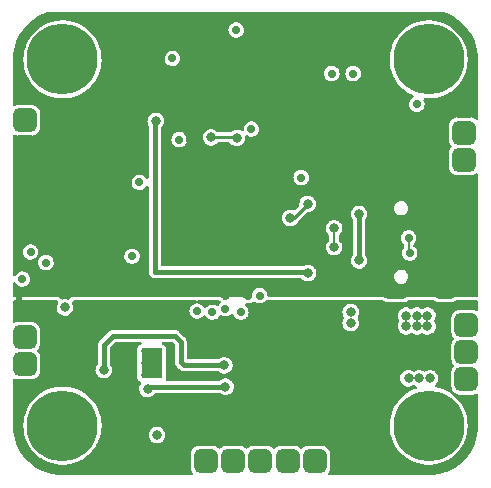
<source format=gbr>
%TF.GenerationSoftware,KiCad,Pcbnew,(6.0.0)*%
%TF.CreationDate,2022-08-29T11:56:51+07:00*%
%TF.ProjectId,FlightBit,466c6967-6874-4426-9974-2e6b69636164,rev?*%
%TF.SameCoordinates,Original*%
%TF.FileFunction,Copper,L4,Bot*%
%TF.FilePolarity,Positive*%
%FSLAX46Y46*%
G04 Gerber Fmt 4.6, Leading zero omitted, Abs format (unit mm)*
G04 Created by KiCad (PCBNEW (6.0.0)) date 2022-08-29 11:56:51*
%MOMM*%
%LPD*%
G01*
G04 APERTURE LIST*
G04 Aperture macros list*
%AMRoundRect*
0 Rectangle with rounded corners*
0 $1 Rounding radius*
0 $2 $3 $4 $5 $6 $7 $8 $9 X,Y pos of 4 corners*
0 Add a 4 corners polygon primitive as box body*
4,1,4,$2,$3,$4,$5,$6,$7,$8,$9,$2,$3,0*
0 Add four circle primitives for the rounded corners*
1,1,$1+$1,$2,$3*
1,1,$1+$1,$4,$5*
1,1,$1+$1,$6,$7*
1,1,$1+$1,$8,$9*
0 Add four rect primitives between the rounded corners*
20,1,$1+$1,$2,$3,$4,$5,0*
20,1,$1+$1,$4,$5,$6,$7,0*
20,1,$1+$1,$6,$7,$8,$9,0*
20,1,$1+$1,$8,$9,$2,$3,0*%
G04 Aperture macros list end*
%TA.AperFunction,ComponentPad*%
%ADD10RoundRect,0.500000X-0.500000X-0.500000X0.500000X-0.500000X0.500000X0.500000X-0.500000X0.500000X0*%
%TD*%
%TA.AperFunction,ComponentPad*%
%ADD11RoundRect,0.500000X-0.500000X0.500000X-0.500000X-0.500000X0.500000X-0.500000X0.500000X0.500000X0*%
%TD*%
%TA.AperFunction,ComponentPad*%
%ADD12O,2.000000X0.900000*%
%TD*%
%TA.AperFunction,ComponentPad*%
%ADD13O,1.700000X0.900000*%
%TD*%
%TA.AperFunction,ComponentPad*%
%ADD14C,6.000000*%
%TD*%
%TA.AperFunction,ComponentPad*%
%ADD15RoundRect,0.500000X0.500000X0.500000X-0.500000X0.500000X-0.500000X-0.500000X0.500000X-0.500000X0*%
%TD*%
%TA.AperFunction,ComponentPad*%
%ADD16C,0.500000*%
%TD*%
%TA.AperFunction,SMDPad,CuDef*%
%ADD17R,1.800000X2.500000*%
%TD*%
%TA.AperFunction,SMDPad,CuDef*%
%ADD18C,0.500000*%
%TD*%
%TA.AperFunction,ViaPad*%
%ADD19C,0.700000*%
%TD*%
%TA.AperFunction,ViaPad*%
%ADD20C,0.800000*%
%TD*%
%TA.AperFunction,Conductor*%
%ADD21C,0.400000*%
%TD*%
%TA.AperFunction,Conductor*%
%ADD22C,0.200000*%
%TD*%
%TA.AperFunction,Conductor*%
%ADD23C,0.250000*%
%TD*%
G04 APERTURE END LIST*
%TO.C,NT1*%
G36*
X120750000Y-102300000D02*
G01*
X120250000Y-102300000D01*
X120250000Y-101300000D01*
X120750000Y-101300000D01*
X120750000Y-102300000D01*
G37*
%TD*%
D10*
%TO.P,J3,1,Pin_1*%
%TO.N,GND*%
X158400000Y-108772000D03*
%TO.P,J3,2,Pin_2*%
%TO.N,+5V*%
X158400000Y-106486000D03*
%TO.P,J3,3,Pin_3*%
%TO.N,/PPM*%
X158400000Y-104200000D03*
%TD*%
D11*
%TO.P,J4,1,Pin_1*%
%TO.N,GNDPWR*%
X134068000Y-115700000D03*
%TO.P,J4,2,Pin_2*%
%TO.N,/VBAT*%
X136354000Y-115700000D03*
%TO.P,J4,3,Pin_3*%
%TO.N,/TIM3_S1*%
X138640000Y-115700000D03*
%TO.P,J4,4,Pin_4*%
%TO.N,/TIM3_S2*%
X140926000Y-115700000D03*
%TO.P,J4,5,Pin_5*%
%TO.N,/TIM3_S3*%
X143258000Y-115700000D03*
%TO.P,J4,6,Pin_6*%
%TO.N,/TIM3_S4*%
X145558000Y-115700000D03*
%TD*%
D12*
%TO.P,J2,S1,SHIELD*%
%TO.N,GND*%
X152395000Y-92880000D03*
X152395000Y-101520000D03*
D13*
X156565000Y-92880000D03*
X156565000Y-101520000D03*
%TD*%
D14*
%TO.P,H2,1*%
%TO.N,N/C*%
X124200000Y-81700000D03*
%TD*%
%TO.P,H4,1*%
%TO.N,N/C*%
X124200000Y-112700000D03*
%TD*%
%TO.P,H3,1*%
%TO.N,N/C*%
X155200000Y-81700000D03*
%TD*%
D15*
%TO.P,J1,1,Pin_1*%
%TO.N,GND*%
X158200000Y-85628000D03*
%TO.P,J1,2,Pin_2*%
%TO.N,+5V*%
X158200000Y-87914000D03*
%TO.P,J1,3,Pin_3*%
%TO.N,/SBUS*%
X158200000Y-90200000D03*
%TD*%
D10*
%TO.P,J5,1,Pin_1*%
%TO.N,GND*%
X121000000Y-89143000D03*
%TO.P,J5,2,Pin_2*%
%TO.N,+5V*%
X121000000Y-86857000D03*
%TD*%
D16*
%TO.P,U3,9*%
%TO.N,N/C*%
X132400000Y-106400000D03*
X132400000Y-107400000D03*
X131100000Y-107400000D03*
D17*
X131750000Y-107400000D03*
D16*
X131100000Y-106400000D03*
X132400000Y-108400000D03*
X131100000Y-108400000D03*
%TD*%
D14*
%TO.P,H1,1*%
%TO.N,N/C*%
X155200000Y-112700000D03*
%TD*%
D15*
%TO.P,J6,1,Pin_1*%
%TO.N,GND*%
X121000000Y-105200000D03*
%TO.P,J6,2,Pin_2*%
%TO.N,+3V3*%
X121000000Y-107486000D03*
%TD*%
D18*
%TO.P,NT1,1,1*%
%TO.N,GNDPWR*%
X120500000Y-102300000D03*
%TO.P,NT1,2,2*%
%TO.N,GND*%
X120500000Y-101300000D03*
%TD*%
D19*
%TO.N,+3V3*%
X122800000Y-98900000D03*
X140900000Y-101700000D03*
X154200000Y-85500000D03*
X134074099Y-88495612D03*
X140200000Y-87600000D03*
X120800000Y-100300000D03*
X130086620Y-98359491D03*
X121500000Y-98000000D03*
X130700000Y-92100000D03*
D20*
X155300000Y-108700000D03*
D19*
X133500000Y-81600000D03*
D20*
X153500000Y-108700000D03*
D19*
X138900000Y-79200000D03*
X147000000Y-82900000D03*
D20*
X154400000Y-108700000D03*
D19*
X144400000Y-91700000D03*
%TO.N,GND*%
X154500000Y-86900000D03*
X124700000Y-101600000D03*
D20*
X154200000Y-103400000D03*
D19*
X138800000Y-78200000D03*
X136100000Y-78000000D03*
D20*
X153300000Y-103400000D03*
D19*
X144300000Y-78200000D03*
D20*
X124400000Y-99800000D03*
D19*
X140300000Y-83900000D03*
X139900000Y-101700000D03*
X121500000Y-92300000D03*
D20*
X150700000Y-100500000D03*
D19*
X149900000Y-78200000D03*
X135800000Y-86900000D03*
D20*
X155100000Y-104300000D03*
X126300000Y-93600000D03*
X154200000Y-104300000D03*
X155100000Y-103400000D03*
D19*
X144400000Y-92700000D03*
D20*
X153300000Y-104300000D03*
D19*
X130026944Y-97326944D03*
D20*
X150700000Y-94000000D03*
D19*
X134973056Y-88526944D03*
X130800000Y-91100000D03*
X133600000Y-83800000D03*
D20*
%TO.N,/VIN*%
X127700000Y-108000000D03*
X137900000Y-107600000D03*
%TO.N,GNDPWR*%
X127400000Y-104000000D03*
X142100000Y-106600000D03*
X124000000Y-105700000D03*
X142100000Y-105700000D03*
X142100000Y-103900000D03*
X142100000Y-104800000D03*
X142100000Y-107500000D03*
X126400000Y-104000000D03*
X128400000Y-104000000D03*
X124000000Y-106600000D03*
X124000000Y-104800000D03*
X142100000Y-103000000D03*
X124400000Y-104000000D03*
X125400000Y-104000000D03*
%TO.N,/BST*%
X131400000Y-109600000D03*
X138000000Y-109400000D03*
%TO.N,+5V*%
X148600000Y-104000000D03*
D19*
X148800000Y-82900000D03*
D20*
X132100000Y-86900000D03*
X148600000Y-103100000D03*
X145000000Y-99800000D03*
%TO.N,/VBAT*%
X124400000Y-102700000D03*
X132200000Y-113500000D03*
D19*
%TO.N,/D-*%
X153500000Y-96800000D03*
X153600000Y-98100000D03*
D20*
%TO.N,VBUS*%
X149300000Y-94800000D03*
X149300000Y-98719500D03*
D19*
%TO.N,/TIM3_S1*%
X135600000Y-103000000D03*
%TO.N,/TIM3_S2*%
X136900000Y-103100000D03*
%TO.N,/TIM3_S3*%
X138000000Y-102800000D03*
%TO.N,/TIM3_S4*%
X139300000Y-103100000D03*
D20*
%TO.N,/UART1_RX*%
X144953722Y-93946278D03*
X143496278Y-95124501D03*
%TO.N,/IMU_SDA*%
X138947408Y-88334260D03*
X136800000Y-88300000D03*
%TO.N,/USB_DP*%
X147200000Y-96000500D03*
X147200000Y-97600000D03*
%TD*%
D21*
%TO.N,/VIN*%
X134200000Y-107300000D02*
X134200000Y-105600000D01*
X134200000Y-105600000D02*
X133700000Y-105100000D01*
X127700000Y-105900000D02*
X127700000Y-108000000D01*
X137900000Y-107600000D02*
X134500000Y-107600000D01*
X134500000Y-107600000D02*
X134200000Y-107300000D01*
X128500000Y-105100000D02*
X127700000Y-105900000D01*
X133700000Y-105100000D02*
X128500000Y-105100000D01*
%TO.N,/BST*%
X131600000Y-109400000D02*
X131400000Y-109600000D01*
X138000000Y-109400000D02*
X131600000Y-109400000D01*
%TO.N,+5V*%
X132000000Y-99700000D02*
X144900000Y-99700000D01*
X132000000Y-87000000D02*
X132000000Y-99700000D01*
X132100000Y-86900000D02*
X132000000Y-87000000D01*
X144900000Y-99700000D02*
X145000000Y-99800000D01*
D22*
%TO.N,/D-*%
X153500000Y-98000000D02*
X153600000Y-98100000D01*
X153500000Y-96800000D02*
X153500000Y-98000000D01*
D21*
%TO.N,VBUS*%
X149300000Y-94800000D02*
X149300000Y-98719500D01*
D23*
%TO.N,/UART1_RX*%
X143775499Y-95124501D02*
X144953722Y-93946278D01*
X143496278Y-95124501D02*
X143775499Y-95124501D01*
%TO.N,/IMU_SDA*%
X138913148Y-88300000D02*
X136800000Y-88300000D01*
X138947408Y-88334260D02*
X138913148Y-88300000D01*
D22*
%TO.N,/USB_DP*%
X147200000Y-96000500D02*
X147200000Y-97600000D01*
%TD*%
%TA.AperFunction,Conductor*%
%TO.N,GNDPWR*%
G36*
X123791006Y-102120002D02*
G01*
X123837499Y-102173658D01*
X123847603Y-102243932D01*
X123825973Y-102298450D01*
X123778113Y-102366547D01*
X123716524Y-102524513D01*
X123715532Y-102532046D01*
X123715532Y-102532047D01*
X123696886Y-102673685D01*
X123694394Y-102692611D01*
X123712999Y-102861135D01*
X123740612Y-102936591D01*
X123763817Y-103000000D01*
X123771266Y-103020356D01*
X123775502Y-103026659D01*
X123775502Y-103026660D01*
X123788574Y-103046113D01*
X123865830Y-103161083D01*
X123871442Y-103166190D01*
X123871445Y-103166193D01*
X123985612Y-103270077D01*
X123985616Y-103270080D01*
X123991233Y-103275191D01*
X123997906Y-103278814D01*
X123997910Y-103278817D01*
X124133558Y-103352467D01*
X124133560Y-103352468D01*
X124140235Y-103356092D01*
X124147584Y-103358020D01*
X124296883Y-103397188D01*
X124296885Y-103397188D01*
X124304233Y-103399116D01*
X124390609Y-103400473D01*
X124466161Y-103401660D01*
X124466164Y-103401660D01*
X124473760Y-103401779D01*
X124481165Y-103400083D01*
X124481166Y-103400083D01*
X124546673Y-103385080D01*
X124639029Y-103363928D01*
X124790498Y-103287747D01*
X124919423Y-103177634D01*
X125018361Y-103039947D01*
X125028903Y-103013723D01*
X125078766Y-102889687D01*
X125078767Y-102889685D01*
X125081601Y-102882634D01*
X125101221Y-102744776D01*
X125104909Y-102718862D01*
X125104909Y-102718859D01*
X125105490Y-102714778D01*
X125105645Y-102700000D01*
X125103840Y-102685080D01*
X125100990Y-102661533D01*
X125085276Y-102531680D01*
X125025345Y-102373077D01*
X125020933Y-102366657D01*
X125000650Y-102337144D01*
X124978550Y-102269675D01*
X124996436Y-102200968D01*
X125047876Y-102153213D01*
X125055841Y-102149207D01*
X125062625Y-102145795D01*
X125080898Y-102130189D01*
X125145686Y-102101158D01*
X125162728Y-102100000D01*
X135499990Y-102100000D01*
X135568111Y-102120002D01*
X135600076Y-102156892D01*
X135615349Y-102132205D01*
X135679415Y-102101608D01*
X135699483Y-102100000D01*
X137476727Y-102100000D01*
X137544848Y-102120002D01*
X137591341Y-102173658D01*
X137601445Y-102243932D01*
X137571951Y-102308512D01*
X137559563Y-102320943D01*
X137513034Y-102361533D01*
X137493518Y-102389301D01*
X137426929Y-102484048D01*
X137422501Y-102490348D01*
X137419777Y-102497336D01*
X137369990Y-102547889D01*
X137300733Y-102563510D01*
X137249805Y-102549121D01*
X137134831Y-102488245D01*
X137125177Y-102485820D01*
X136989498Y-102451740D01*
X136989496Y-102451740D01*
X136982128Y-102449889D01*
X136974530Y-102449849D01*
X136974528Y-102449849D01*
X136907319Y-102449497D01*
X136824684Y-102449065D01*
X136817305Y-102450837D01*
X136817301Y-102450837D01*
X136678967Y-102484048D01*
X136678963Y-102484049D01*
X136671588Y-102485820D01*
X136531679Y-102558032D01*
X136525959Y-102563022D01*
X136525955Y-102563025D01*
X136418759Y-102656538D01*
X136418756Y-102656541D01*
X136413034Y-102661533D01*
X136408669Y-102667743D01*
X136408666Y-102667747D01*
X136387689Y-102697595D01*
X136332154Y-102741827D01*
X136261522Y-102749012D01*
X136198218Y-102716870D01*
X136182051Y-102695490D01*
X136180710Y-102696412D01*
X136160260Y-102666657D01*
X136091531Y-102566657D01*
X136039793Y-102520560D01*
X135979648Y-102466972D01*
X135979645Y-102466970D01*
X135973976Y-102461919D01*
X135951256Y-102449889D01*
X135860375Y-102401770D01*
X135834831Y-102388245D01*
X135776634Y-102373627D01*
X135689498Y-102351740D01*
X135689496Y-102351740D01*
X135682128Y-102349889D01*
X135681117Y-102349884D01*
X135618616Y-102322626D01*
X135600897Y-102296068D01*
X135595214Y-102308512D01*
X135535488Y-102346896D01*
X135524804Y-102349066D01*
X135524684Y-102349065D01*
X135524011Y-102349227D01*
X135523999Y-102349229D01*
X135378967Y-102384048D01*
X135378963Y-102384049D01*
X135371588Y-102385820D01*
X135298404Y-102423593D01*
X135243868Y-102451741D01*
X135231679Y-102458032D01*
X135225957Y-102463024D01*
X135225955Y-102463025D01*
X135118759Y-102556538D01*
X135118756Y-102556541D01*
X135113034Y-102561533D01*
X135108667Y-102567747D01*
X135034752Y-102672917D01*
X135022501Y-102690348D01*
X134965309Y-102837039D01*
X134964318Y-102844568D01*
X134951328Y-102943237D01*
X134944758Y-102993138D01*
X134962035Y-103149633D01*
X135016143Y-103297490D01*
X135020380Y-103303796D01*
X135020382Y-103303799D01*
X135048603Y-103345795D01*
X135103958Y-103428172D01*
X135123678Y-103446116D01*
X135206927Y-103521866D01*
X135220410Y-103534135D01*
X135241885Y-103545795D01*
X135352099Y-103605637D01*
X135352101Y-103605638D01*
X135358776Y-103609262D01*
X135366125Y-103611190D01*
X135503719Y-103647287D01*
X135503721Y-103647287D01*
X135511069Y-103649215D01*
X135594380Y-103650524D01*
X135660898Y-103651569D01*
X135660901Y-103651569D01*
X135668495Y-103651688D01*
X135821968Y-103616538D01*
X135962625Y-103545795D01*
X136043132Y-103477036D01*
X136076574Y-103448474D01*
X136076576Y-103448471D01*
X136082348Y-103443542D01*
X136089721Y-103433282D01*
X136113365Y-103400378D01*
X136169360Y-103356731D01*
X136240063Y-103350285D01*
X136303027Y-103383088D01*
X136320268Y-103403629D01*
X136344673Y-103439947D01*
X136403958Y-103528172D01*
X136424665Y-103547014D01*
X136498267Y-103613986D01*
X136520410Y-103634135D01*
X136568653Y-103660329D01*
X136652099Y-103705637D01*
X136652101Y-103705638D01*
X136658776Y-103709262D01*
X136666125Y-103711190D01*
X136803719Y-103747287D01*
X136803721Y-103747287D01*
X136811069Y-103749215D01*
X136894380Y-103750524D01*
X136960898Y-103751569D01*
X136960901Y-103751569D01*
X136968495Y-103751688D01*
X137121968Y-103716538D01*
X137262625Y-103645795D01*
X137353400Y-103568266D01*
X137376574Y-103548474D01*
X137376576Y-103548471D01*
X137382348Y-103543542D01*
X137474224Y-103415683D01*
X137477057Y-103408636D01*
X137480716Y-103401980D01*
X137483493Y-103403507D01*
X137518527Y-103359074D01*
X137585649Y-103335939D01*
X137651605Y-103351073D01*
X137752099Y-103405637D01*
X137752101Y-103405638D01*
X137758776Y-103409262D01*
X137766125Y-103411190D01*
X137903719Y-103447287D01*
X137903721Y-103447287D01*
X137911069Y-103449215D01*
X137994380Y-103450524D01*
X138060898Y-103451569D01*
X138060901Y-103451569D01*
X138068495Y-103451688D01*
X138221968Y-103416538D01*
X138362625Y-103345795D01*
X138450510Y-103270734D01*
X138479695Y-103245808D01*
X138544484Y-103216777D01*
X138614684Y-103227382D01*
X138668007Y-103274257D01*
X138679851Y-103298318D01*
X138716143Y-103397490D01*
X138720380Y-103403796D01*
X138720382Y-103403799D01*
X138744673Y-103439947D01*
X138803958Y-103528172D01*
X138824665Y-103547014D01*
X138898267Y-103613986D01*
X138920410Y-103634135D01*
X138968653Y-103660329D01*
X139052099Y-103705637D01*
X139052101Y-103705638D01*
X139058776Y-103709262D01*
X139066125Y-103711190D01*
X139203719Y-103747287D01*
X139203721Y-103747287D01*
X139211069Y-103749215D01*
X139294380Y-103750524D01*
X139360898Y-103751569D01*
X139360901Y-103751569D01*
X139368495Y-103751688D01*
X139521968Y-103716538D01*
X139662625Y-103645795D01*
X139753400Y-103568266D01*
X139776574Y-103548474D01*
X139776576Y-103548471D01*
X139782348Y-103543542D01*
X139874224Y-103415683D01*
X139878263Y-103405637D01*
X139897923Y-103356731D01*
X139932950Y-103269598D01*
X139946038Y-103177634D01*
X139954553Y-103117807D01*
X139954553Y-103117804D01*
X139955134Y-103113723D01*
X139955278Y-103100000D01*
X139953473Y-103085080D01*
X139945640Y-103020356D01*
X139936363Y-102943694D01*
X139915956Y-102889687D01*
X139883394Y-102803514D01*
X139883393Y-102803511D01*
X139880710Y-102796412D01*
X139791531Y-102666657D01*
X139673976Y-102561919D01*
X139675011Y-102560758D01*
X139635956Y-102512252D01*
X139628398Y-102441659D01*
X139660204Y-102378186D01*
X139721278Y-102341984D01*
X139784358Y-102342208D01*
X139802229Y-102346896D01*
X139811069Y-102349215D01*
X139894380Y-102350524D01*
X139960898Y-102351569D01*
X139960901Y-102351569D01*
X139968495Y-102351688D01*
X140121968Y-102316538D01*
X140262625Y-102245795D01*
X140317741Y-102198722D01*
X140382528Y-102169692D01*
X140452728Y-102180297D01*
X140484369Y-102201341D01*
X140514789Y-102229021D01*
X140514793Y-102229024D01*
X140520410Y-102234135D01*
X140580369Y-102266690D01*
X140652099Y-102305637D01*
X140652101Y-102305638D01*
X140658776Y-102309262D01*
X140666125Y-102311190D01*
X140803719Y-102347287D01*
X140803721Y-102347287D01*
X140811069Y-102349215D01*
X140894380Y-102350524D01*
X140960898Y-102351569D01*
X140960901Y-102351569D01*
X140968495Y-102351688D01*
X141121968Y-102316538D01*
X141262625Y-102245795D01*
X141315111Y-102200968D01*
X141376573Y-102148475D01*
X141376576Y-102148472D01*
X141382348Y-102143542D01*
X141384892Y-102140002D01*
X141444543Y-102104109D01*
X141476457Y-102100000D01*
X151322215Y-102100000D01*
X151390336Y-102120002D01*
X151403787Y-102129969D01*
X151425755Y-102148632D01*
X151474765Y-102173658D01*
X151562853Y-102218638D01*
X151581616Y-102228219D01*
X151588721Y-102229958D01*
X151588725Y-102229959D01*
X151667392Y-102249208D01*
X151751606Y-102269815D01*
X151757206Y-102270162D01*
X151757210Y-102270163D01*
X151760709Y-102270380D01*
X151760718Y-102270380D01*
X151762648Y-102270500D01*
X152988822Y-102270500D01*
X153095764Y-102258032D01*
X153111556Y-102256191D01*
X153111558Y-102256191D01*
X153118828Y-102255343D01*
X153125705Y-102252847D01*
X153125708Y-102252846D01*
X153276452Y-102198128D01*
X153283331Y-102195631D01*
X153397730Y-102120628D01*
X153466814Y-102100000D01*
X155642215Y-102100000D01*
X155710336Y-102120002D01*
X155723787Y-102129969D01*
X155745755Y-102148632D01*
X155794765Y-102173658D01*
X155882853Y-102218638D01*
X155901616Y-102228219D01*
X155908721Y-102229958D01*
X155908725Y-102229959D01*
X155987392Y-102249208D01*
X156071606Y-102269815D01*
X156077206Y-102270162D01*
X156077210Y-102270163D01*
X156080709Y-102270380D01*
X156080718Y-102270380D01*
X156082648Y-102270500D01*
X157008822Y-102270500D01*
X157115764Y-102258032D01*
X157131556Y-102256191D01*
X157131558Y-102256191D01*
X157138828Y-102255343D01*
X157145705Y-102252847D01*
X157145708Y-102252846D01*
X157296452Y-102198128D01*
X157303331Y-102195631D01*
X157417730Y-102120628D01*
X157486814Y-102100000D01*
X159274000Y-102100000D01*
X159342121Y-102120002D01*
X159388614Y-102173658D01*
X159400000Y-102226000D01*
X159400000Y-102851670D01*
X159379998Y-102919791D01*
X159326342Y-102966284D01*
X159256068Y-102976388D01*
X159219165Y-102965112D01*
X159167577Y-102940173D01*
X159138019Y-102933349D01*
X158997788Y-102900974D01*
X158997785Y-102900974D01*
X158992589Y-102899774D01*
X158987837Y-102899500D01*
X158986013Y-102899500D01*
X158394962Y-102899501D01*
X157812164Y-102899501D01*
X157807411Y-102899774D01*
X157632423Y-102940173D01*
X157571554Y-102969598D01*
X157480277Y-103013723D01*
X157470734Y-103018336D01*
X157330380Y-103130380D01*
X157218336Y-103270734D01*
X157215270Y-103277077D01*
X157215269Y-103277078D01*
X157209174Y-103289687D01*
X157140173Y-103432423D01*
X157138589Y-103439284D01*
X157107232Y-103575108D01*
X157099774Y-103607411D01*
X157099500Y-103612163D01*
X157099501Y-104787836D01*
X157099774Y-104792589D01*
X157140173Y-104967577D01*
X157218336Y-105129266D01*
X157325033Y-105262921D01*
X157326206Y-105264391D01*
X157353074Y-105330107D01*
X157340147Y-105399917D01*
X157326207Y-105421607D01*
X157218336Y-105556734D01*
X157215270Y-105563077D01*
X157215269Y-105563078D01*
X157186598Y-105622388D01*
X157140173Y-105718423D01*
X157138589Y-105725284D01*
X157103747Y-105876204D01*
X157099774Y-105893411D01*
X157099500Y-105898163D01*
X157099501Y-107073836D01*
X157099774Y-107078589D01*
X157140173Y-107253577D01*
X157218336Y-107415266D01*
X157312347Y-107533030D01*
X157326206Y-107550391D01*
X157353074Y-107616107D01*
X157340147Y-107685917D01*
X157326207Y-107707607D01*
X157218336Y-107842734D01*
X157140173Y-108004423D01*
X157138589Y-108011284D01*
X157117228Y-108103811D01*
X157099774Y-108179411D01*
X157099500Y-108184163D01*
X157099501Y-109359836D01*
X157099774Y-109364589D01*
X157140173Y-109539577D01*
X157218336Y-109701266D01*
X157330380Y-109841620D01*
X157470734Y-109953664D01*
X157477077Y-109956730D01*
X157477078Y-109956731D01*
X157548297Y-109991159D01*
X157632423Y-110031827D01*
X157639284Y-110033411D01*
X157802212Y-110071026D01*
X157802215Y-110071026D01*
X157807411Y-110072226D01*
X157812163Y-110072500D01*
X157813987Y-110072500D01*
X158405038Y-110072499D01*
X158987836Y-110072499D01*
X158992589Y-110072226D01*
X159167577Y-110031827D01*
X159219163Y-110006889D01*
X159289196Y-109995250D01*
X159354407Y-110023321D01*
X159394090Y-110082193D01*
X159400000Y-110120330D01*
X159400000Y-112662729D01*
X159398086Y-112684608D01*
X159395372Y-112700000D01*
X159397287Y-112710858D01*
X159397287Y-112717513D01*
X159398394Y-112734739D01*
X159382353Y-113081709D01*
X159381279Y-113093298D01*
X159329291Y-113465984D01*
X159327152Y-113477423D01*
X159318366Y-113514778D01*
X159248174Y-113813222D01*
X159241002Y-113843714D01*
X159237817Y-113854909D01*
X159118235Y-114211691D01*
X159114031Y-114222543D01*
X158962041Y-114566768D01*
X158956854Y-114577186D01*
X158773746Y-114905929D01*
X158767619Y-114915824D01*
X158554965Y-115226260D01*
X158547951Y-115235548D01*
X158307554Y-115525047D01*
X158299713Y-115533647D01*
X158033647Y-115799713D01*
X158025047Y-115807554D01*
X157735548Y-116047951D01*
X157726260Y-116054965D01*
X157415824Y-116267619D01*
X157405929Y-116273746D01*
X157077186Y-116456854D01*
X157066768Y-116462041D01*
X156722543Y-116614031D01*
X156711691Y-116618235D01*
X156560439Y-116668930D01*
X156354900Y-116737820D01*
X156343718Y-116741001D01*
X156184271Y-116778502D01*
X155977423Y-116827152D01*
X155965984Y-116829291D01*
X155593298Y-116881279D01*
X155581709Y-116882353D01*
X155234739Y-116898394D01*
X155217513Y-116897287D01*
X155210858Y-116897287D01*
X155200000Y-116895372D01*
X155189145Y-116897286D01*
X155189144Y-116897286D01*
X155184608Y-116898086D01*
X155162729Y-116900000D01*
X146785348Y-116900000D01*
X146717227Y-116879998D01*
X146670734Y-116826342D01*
X146660630Y-116756068D01*
X146686875Y-116695393D01*
X146739664Y-116629266D01*
X146745892Y-116616384D01*
X146814761Y-116473919D01*
X146817827Y-116467577D01*
X146858226Y-116292589D01*
X146858500Y-116287837D01*
X146858499Y-115112164D01*
X146858226Y-115107411D01*
X146817827Y-114932423D01*
X146739664Y-114770734D01*
X146627620Y-114630380D01*
X146487266Y-114518336D01*
X146325577Y-114440173D01*
X146318716Y-114438589D01*
X146155788Y-114400974D01*
X146155785Y-114400974D01*
X146150589Y-114399774D01*
X146145837Y-114399500D01*
X146144013Y-114399500D01*
X145552962Y-114399501D01*
X144970164Y-114399501D01*
X144965411Y-114399774D01*
X144790423Y-114440173D01*
X144628734Y-114518336D01*
X144488380Y-114630380D01*
X144486798Y-114628398D01*
X144434783Y-114656801D01*
X144363968Y-114651736D01*
X144328677Y-114629055D01*
X144327620Y-114630380D01*
X144192774Y-114522733D01*
X144187266Y-114518336D01*
X144025577Y-114440173D01*
X144018716Y-114438589D01*
X143855788Y-114400974D01*
X143855785Y-114400974D01*
X143850589Y-114399774D01*
X143845837Y-114399500D01*
X143844013Y-114399500D01*
X143252962Y-114399501D01*
X142670164Y-114399501D01*
X142665411Y-114399774D01*
X142490423Y-114440173D01*
X142328734Y-114518336D01*
X142188380Y-114630380D01*
X142183987Y-114635883D01*
X142181095Y-114638775D01*
X142118783Y-114672801D01*
X142047968Y-114667736D01*
X142002905Y-114638775D01*
X142000013Y-114635883D01*
X141995620Y-114630380D01*
X141855266Y-114518336D01*
X141693577Y-114440173D01*
X141686716Y-114438589D01*
X141523788Y-114400974D01*
X141523785Y-114400974D01*
X141518589Y-114399774D01*
X141513837Y-114399500D01*
X141512013Y-114399500D01*
X140920962Y-114399501D01*
X140338164Y-114399501D01*
X140333411Y-114399774D01*
X140158423Y-114440173D01*
X139996734Y-114518336D01*
X139923015Y-114577186D01*
X139861609Y-114626206D01*
X139795893Y-114653074D01*
X139726083Y-114640147D01*
X139704391Y-114626206D01*
X139642986Y-114577186D01*
X139569266Y-114518336D01*
X139407577Y-114440173D01*
X139400716Y-114438589D01*
X139237788Y-114400974D01*
X139237785Y-114400974D01*
X139232589Y-114399774D01*
X139227837Y-114399500D01*
X139226013Y-114399500D01*
X138634962Y-114399501D01*
X138052164Y-114399501D01*
X138047411Y-114399774D01*
X137872423Y-114440173D01*
X137710734Y-114518336D01*
X137637015Y-114577186D01*
X137575609Y-114626206D01*
X137509893Y-114653074D01*
X137440083Y-114640147D01*
X137418391Y-114626206D01*
X137356986Y-114577186D01*
X137283266Y-114518336D01*
X137121577Y-114440173D01*
X137114716Y-114438589D01*
X136951788Y-114400974D01*
X136951785Y-114400974D01*
X136946589Y-114399774D01*
X136941837Y-114399500D01*
X136940013Y-114399500D01*
X136348962Y-114399501D01*
X135766164Y-114399501D01*
X135761411Y-114399774D01*
X135586423Y-114440173D01*
X135424734Y-114518336D01*
X135284380Y-114630380D01*
X135172336Y-114770734D01*
X135094173Y-114932423D01*
X135053774Y-115107411D01*
X135053500Y-115112163D01*
X135053501Y-116287836D01*
X135053774Y-116292589D01*
X135094173Y-116467577D01*
X135097239Y-116473919D01*
X135166109Y-116616384D01*
X135172336Y-116629266D01*
X135225125Y-116695393D01*
X135251991Y-116761108D01*
X135239064Y-116830918D01*
X135190447Y-116882656D01*
X135126652Y-116900000D01*
X124237271Y-116900000D01*
X124215392Y-116898086D01*
X124210856Y-116897286D01*
X124210855Y-116897286D01*
X124200000Y-116895372D01*
X124189142Y-116897287D01*
X124182487Y-116897287D01*
X124165261Y-116898394D01*
X123818291Y-116882353D01*
X123806702Y-116881279D01*
X123434016Y-116829291D01*
X123422577Y-116827152D01*
X123215729Y-116778502D01*
X123056282Y-116741001D01*
X123045100Y-116737820D01*
X122839561Y-116668930D01*
X122688309Y-116618235D01*
X122677457Y-116614031D01*
X122333232Y-116462041D01*
X122322814Y-116456854D01*
X121994071Y-116273746D01*
X121984176Y-116267619D01*
X121673740Y-116054965D01*
X121664452Y-116047951D01*
X121374953Y-115807554D01*
X121366353Y-115799713D01*
X121100287Y-115533647D01*
X121092446Y-115525047D01*
X120852049Y-115235548D01*
X120845035Y-115226260D01*
X120632381Y-114915824D01*
X120626254Y-114905929D01*
X120443146Y-114577186D01*
X120437959Y-114566768D01*
X120285969Y-114222543D01*
X120281765Y-114211691D01*
X120162183Y-113854909D01*
X120158998Y-113843714D01*
X120151827Y-113813222D01*
X120081634Y-113514778D01*
X120072848Y-113477423D01*
X120070709Y-113465984D01*
X120018721Y-113093298D01*
X120017647Y-113081709D01*
X120001606Y-112734739D01*
X120002713Y-112717513D01*
X120002713Y-112710858D01*
X120004628Y-112700000D01*
X120002594Y-112688462D01*
X120894672Y-112688462D01*
X120894844Y-112691857D01*
X120894844Y-112691858D01*
X120897016Y-112734739D01*
X120912759Y-113045503D01*
X120913296Y-113048858D01*
X120913297Y-113048864D01*
X120952403Y-113293013D01*
X120969300Y-113398502D01*
X121063635Y-113743330D01*
X121194658Y-114075953D01*
X121196241Y-114078968D01*
X121359255Y-114389464D01*
X121359260Y-114389472D01*
X121360839Y-114392480D01*
X121560232Y-114689208D01*
X121790505Y-114962666D01*
X122048965Y-115209656D01*
X122332587Y-115427287D01*
X122335498Y-115429057D01*
X122335504Y-115429061D01*
X122379466Y-115455790D01*
X122638055Y-115613015D01*
X122961795Y-115764665D01*
X122965013Y-115765767D01*
X122965016Y-115765768D01*
X123296796Y-115879362D01*
X123296804Y-115879364D01*
X123300019Y-115880465D01*
X123648771Y-115959060D01*
X123697869Y-115964654D01*
X124000589Y-115999145D01*
X124000597Y-115999145D01*
X124003972Y-115999530D01*
X124007376Y-115999548D01*
X124007379Y-115999548D01*
X124201890Y-116000566D01*
X124361465Y-116001402D01*
X124364851Y-116001052D01*
X124364853Y-116001052D01*
X124713678Y-115965005D01*
X124713687Y-115965004D01*
X124717070Y-115964654D01*
X124720403Y-115963940D01*
X124720406Y-115963939D01*
X124828777Y-115940706D01*
X125066626Y-115889715D01*
X125406045Y-115777463D01*
X125731355Y-115629211D01*
X125826442Y-115572752D01*
X126035806Y-115448442D01*
X126035811Y-115448439D01*
X126038751Y-115446693D01*
X126064598Y-115427287D01*
X126136778Y-115373092D01*
X126324637Y-115232043D01*
X126585669Y-114987774D01*
X126818793Y-114716742D01*
X126878148Y-114630380D01*
X127019352Y-114424927D01*
X127019357Y-114424920D01*
X127021282Y-114422118D01*
X127022894Y-114419124D01*
X127022899Y-114419116D01*
X127163484Y-114158020D01*
X127190768Y-114107349D01*
X127325268Y-113776116D01*
X127333705Y-113746500D01*
X127405092Y-113495892D01*
X127406027Y-113492611D01*
X131494394Y-113492611D01*
X131512999Y-113661135D01*
X131571266Y-113820356D01*
X131575502Y-113826659D01*
X131575502Y-113826660D01*
X131586962Y-113843714D01*
X131665830Y-113961083D01*
X131671442Y-113966190D01*
X131671445Y-113966193D01*
X131785612Y-114070077D01*
X131785616Y-114070080D01*
X131791233Y-114075191D01*
X131797906Y-114078814D01*
X131797910Y-114078817D01*
X131933558Y-114152467D01*
X131933560Y-114152468D01*
X131940235Y-114156092D01*
X131947584Y-114158020D01*
X132096883Y-114197188D01*
X132096885Y-114197188D01*
X132104233Y-114199116D01*
X132190609Y-114200473D01*
X132266161Y-114201660D01*
X132266164Y-114201660D01*
X132273760Y-114201779D01*
X132281165Y-114200083D01*
X132281166Y-114200083D01*
X132341586Y-114186245D01*
X132439029Y-114163928D01*
X132590498Y-114087747D01*
X132719423Y-113977634D01*
X132818361Y-113839947D01*
X132826237Y-113820356D01*
X132878766Y-113689687D01*
X132878767Y-113689685D01*
X132881601Y-113682634D01*
X132905490Y-113514778D01*
X132905645Y-113500000D01*
X132903840Y-113485080D01*
X132886188Y-113339220D01*
X132885276Y-113331680D01*
X132825345Y-113173077D01*
X132739975Y-113048864D01*
X132733614Y-113039608D01*
X132733613Y-113039607D01*
X132729312Y-113033349D01*
X132717514Y-113022837D01*
X132608392Y-112925612D01*
X132608388Y-112925610D01*
X132602721Y-112920560D01*
X132452881Y-112841224D01*
X132288441Y-112799919D01*
X132280843Y-112799879D01*
X132280841Y-112799879D01*
X132203668Y-112799475D01*
X132118895Y-112799031D01*
X132111508Y-112800805D01*
X132111504Y-112800805D01*
X131968162Y-112835220D01*
X131954032Y-112838612D01*
X131947288Y-112842093D01*
X131947285Y-112842094D01*
X131942089Y-112844776D01*
X131803369Y-112916375D01*
X131675604Y-113027831D01*
X131578113Y-113166547D01*
X131516524Y-113324513D01*
X131515532Y-113332046D01*
X131515532Y-113332047D01*
X131497141Y-113471748D01*
X131494394Y-113492611D01*
X127406027Y-113492611D01*
X127423208Y-113432295D01*
X127440344Y-113332047D01*
X127482871Y-113083254D01*
X127482871Y-113083252D01*
X127483443Y-113079907D01*
X127485548Y-113045503D01*
X127505157Y-112724873D01*
X127505267Y-112723075D01*
X127505348Y-112700000D01*
X127504723Y-112688462D01*
X151894672Y-112688462D01*
X151894844Y-112691857D01*
X151894844Y-112691858D01*
X151897016Y-112734739D01*
X151912759Y-113045503D01*
X151913296Y-113048858D01*
X151913297Y-113048864D01*
X151952403Y-113293013D01*
X151969300Y-113398502D01*
X152063635Y-113743330D01*
X152194658Y-114075953D01*
X152196241Y-114078968D01*
X152359255Y-114389464D01*
X152359260Y-114389472D01*
X152360839Y-114392480D01*
X152560232Y-114689208D01*
X152790505Y-114962666D01*
X153048965Y-115209656D01*
X153332587Y-115427287D01*
X153335498Y-115429057D01*
X153335504Y-115429061D01*
X153379466Y-115455790D01*
X153638055Y-115613015D01*
X153961795Y-115764665D01*
X153965013Y-115765767D01*
X153965016Y-115765768D01*
X154296796Y-115879362D01*
X154296804Y-115879364D01*
X154300019Y-115880465D01*
X154648771Y-115959060D01*
X154697869Y-115964654D01*
X155000589Y-115999145D01*
X155000597Y-115999145D01*
X155003972Y-115999530D01*
X155007376Y-115999548D01*
X155007379Y-115999548D01*
X155201890Y-116000566D01*
X155361465Y-116001402D01*
X155364851Y-116001052D01*
X155364853Y-116001052D01*
X155713678Y-115965005D01*
X155713687Y-115965004D01*
X155717070Y-115964654D01*
X155720403Y-115963940D01*
X155720406Y-115963939D01*
X155828777Y-115940706D01*
X156066626Y-115889715D01*
X156406045Y-115777463D01*
X156731355Y-115629211D01*
X156826442Y-115572752D01*
X157035806Y-115448442D01*
X157035811Y-115448439D01*
X157038751Y-115446693D01*
X157064598Y-115427287D01*
X157136778Y-115373092D01*
X157324637Y-115232043D01*
X157585669Y-114987774D01*
X157818793Y-114716742D01*
X157878148Y-114630380D01*
X158019352Y-114424927D01*
X158019357Y-114424920D01*
X158021282Y-114422118D01*
X158022894Y-114419124D01*
X158022899Y-114419116D01*
X158163484Y-114158020D01*
X158190768Y-114107349D01*
X158325268Y-113776116D01*
X158333705Y-113746500D01*
X158405092Y-113495892D01*
X158423208Y-113432295D01*
X158440344Y-113332047D01*
X158482871Y-113083254D01*
X158482871Y-113083252D01*
X158483443Y-113079907D01*
X158485548Y-113045503D01*
X158505157Y-112724873D01*
X158505267Y-112723075D01*
X158505348Y-112700000D01*
X158486015Y-112343025D01*
X158428242Y-111990225D01*
X158332704Y-111645728D01*
X158329659Y-111638075D01*
X158201780Y-111316730D01*
X158201776Y-111316722D01*
X158200520Y-111313565D01*
X158194979Y-111303100D01*
X158034831Y-111000632D01*
X158034829Y-111000629D01*
X158033236Y-110997620D01*
X157832809Y-110701590D01*
X157601582Y-110428937D01*
X157342262Y-110182851D01*
X157339555Y-110180789D01*
X157339547Y-110180782D01*
X157175867Y-110056092D01*
X157057881Y-109966211D01*
X156751767Y-109781551D01*
X156737058Y-109774723D01*
X156430581Y-109632461D01*
X156430579Y-109632460D01*
X156427500Y-109631031D01*
X156424288Y-109629944D01*
X156424281Y-109629941D01*
X156092110Y-109517508D01*
X156092105Y-109517506D01*
X156088874Y-109516413D01*
X155806761Y-109453870D01*
X155744585Y-109419598D01*
X155710807Y-109357152D01*
X155716153Y-109286356D01*
X155752203Y-109235046D01*
X155813648Y-109182567D01*
X155813651Y-109182564D01*
X155819423Y-109177634D01*
X155918361Y-109039947D01*
X155927837Y-109016375D01*
X155978766Y-108889687D01*
X155978767Y-108889685D01*
X155981601Y-108882634D01*
X155995322Y-108786226D01*
X156004909Y-108718862D01*
X156004909Y-108718859D01*
X156005490Y-108714778D01*
X156005645Y-108700000D01*
X156004546Y-108690914D01*
X155999893Y-108652467D01*
X155985276Y-108531680D01*
X155925345Y-108373077D01*
X155875177Y-108300083D01*
X155833614Y-108239608D01*
X155833613Y-108239607D01*
X155829312Y-108233349D01*
X155817514Y-108222837D01*
X155708392Y-108125612D01*
X155708388Y-108125610D01*
X155702721Y-108120560D01*
X155667664Y-108101998D01*
X155610006Y-108071470D01*
X155552881Y-108041224D01*
X155388441Y-107999919D01*
X155380843Y-107999879D01*
X155380841Y-107999879D01*
X155303668Y-107999475D01*
X155218895Y-107999031D01*
X155211508Y-108000805D01*
X155211504Y-108000805D01*
X155120629Y-108022623D01*
X155054032Y-108038612D01*
X155047288Y-108042093D01*
X155047285Y-108042094D01*
X154906935Y-108114534D01*
X154837227Y-108128003D01*
X154790186Y-108113923D01*
X154737528Y-108086042D01*
X154652881Y-108041224D01*
X154488441Y-107999919D01*
X154480843Y-107999879D01*
X154480841Y-107999879D01*
X154403668Y-107999475D01*
X154318895Y-107999031D01*
X154311508Y-108000805D01*
X154311504Y-108000805D01*
X154220629Y-108022623D01*
X154154032Y-108038612D01*
X154147288Y-108042093D01*
X154147285Y-108042094D01*
X154006935Y-108114534D01*
X153937227Y-108128003D01*
X153890186Y-108113923D01*
X153837528Y-108086042D01*
X153752881Y-108041224D01*
X153588441Y-107999919D01*
X153580843Y-107999879D01*
X153580841Y-107999879D01*
X153503668Y-107999475D01*
X153418895Y-107999031D01*
X153411508Y-108000805D01*
X153411504Y-108000805D01*
X153320629Y-108022623D01*
X153254032Y-108038612D01*
X153247288Y-108042093D01*
X153247285Y-108042094D01*
X153131224Y-108101998D01*
X153103369Y-108116375D01*
X153097647Y-108121367D01*
X153097645Y-108121368D01*
X153060713Y-108153586D01*
X152975604Y-108227831D01*
X152934475Y-108286351D01*
X152896808Y-108339947D01*
X152878113Y-108366547D01*
X152816524Y-108524513D01*
X152815532Y-108532046D01*
X152815532Y-108532047D01*
X152798948Y-108658020D01*
X152794394Y-108692611D01*
X152812999Y-108861135D01*
X152871266Y-109020356D01*
X152875502Y-109026659D01*
X152875502Y-109026660D01*
X152888574Y-109046113D01*
X152965830Y-109161083D01*
X152971442Y-109166190D01*
X152971445Y-109166193D01*
X153085612Y-109270077D01*
X153085616Y-109270080D01*
X153091233Y-109275191D01*
X153097906Y-109278814D01*
X153097910Y-109278817D01*
X153233558Y-109352467D01*
X153233560Y-109352468D01*
X153240235Y-109356092D01*
X153247584Y-109358020D01*
X153396883Y-109397188D01*
X153396885Y-109397188D01*
X153404233Y-109399116D01*
X153490609Y-109400473D01*
X153566161Y-109401660D01*
X153566164Y-109401660D01*
X153573760Y-109401779D01*
X153581165Y-109400083D01*
X153581166Y-109400083D01*
X153641586Y-109386245D01*
X153739029Y-109363928D01*
X153890498Y-109287747D01*
X153891314Y-109289370D01*
X153949915Y-109271189D01*
X154011957Y-109286443D01*
X154017348Y-109289370D01*
X154134145Y-109352786D01*
X154184467Y-109402869D01*
X154199723Y-109472207D01*
X154175070Y-109538786D01*
X154114004Y-109583005D01*
X153983220Y-109626765D01*
X153658430Y-109776152D01*
X153655496Y-109777908D01*
X153655494Y-109777909D01*
X153649409Y-109781551D01*
X153351673Y-109959742D01*
X153066538Y-110175388D01*
X152806360Y-110420567D01*
X152574183Y-110692411D01*
X152572264Y-110695224D01*
X152572261Y-110695228D01*
X152567922Y-110701590D01*
X152372723Y-110987740D01*
X152371116Y-110990750D01*
X152371114Y-110990753D01*
X152365839Y-111000632D01*
X152204337Y-111303100D01*
X152070995Y-111634800D01*
X151974255Y-111978961D01*
X151915251Y-112331556D01*
X151894672Y-112688462D01*
X127504723Y-112688462D01*
X127486015Y-112343025D01*
X127428242Y-111990225D01*
X127332704Y-111645728D01*
X127329659Y-111638075D01*
X127201780Y-111316730D01*
X127201776Y-111316722D01*
X127200520Y-111313565D01*
X127194979Y-111303100D01*
X127034831Y-111000632D01*
X127034829Y-111000629D01*
X127033236Y-110997620D01*
X126832809Y-110701590D01*
X126601582Y-110428937D01*
X126342262Y-110182851D01*
X126339555Y-110180789D01*
X126339547Y-110180782D01*
X126175867Y-110056092D01*
X126057881Y-109966211D01*
X125751767Y-109781551D01*
X125737058Y-109774723D01*
X125430581Y-109632461D01*
X125430579Y-109632460D01*
X125427500Y-109631031D01*
X125424288Y-109629944D01*
X125424281Y-109629941D01*
X125092110Y-109517508D01*
X125092105Y-109517506D01*
X125088874Y-109516413D01*
X124739849Y-109439036D01*
X124608302Y-109424513D01*
X124387890Y-109400179D01*
X124387885Y-109400179D01*
X124384509Y-109399806D01*
X124381110Y-109399800D01*
X124381109Y-109399800D01*
X124212506Y-109399506D01*
X124027011Y-109399182D01*
X123919674Y-109410653D01*
X123674921Y-109436809D01*
X123674915Y-109436810D01*
X123671537Y-109437171D01*
X123322245Y-109513329D01*
X122983220Y-109626765D01*
X122658430Y-109776152D01*
X122655496Y-109777908D01*
X122655494Y-109777909D01*
X122649409Y-109781551D01*
X122351673Y-109959742D01*
X122066538Y-110175388D01*
X121806360Y-110420567D01*
X121574183Y-110692411D01*
X121572264Y-110695224D01*
X121572261Y-110695228D01*
X121567922Y-110701590D01*
X121372723Y-110987740D01*
X121371116Y-110990750D01*
X121371114Y-110990753D01*
X121365839Y-111000632D01*
X121204337Y-111303100D01*
X121070995Y-111634800D01*
X120974255Y-111978961D01*
X120915251Y-112331556D01*
X120894672Y-112688462D01*
X120002594Y-112688462D01*
X120001914Y-112684608D01*
X120000000Y-112662729D01*
X120000000Y-108834330D01*
X120020002Y-108766209D01*
X120073658Y-108719716D01*
X120143932Y-108709612D01*
X120180835Y-108720888D01*
X120232423Y-108745827D01*
X120239284Y-108747411D01*
X120402212Y-108785026D01*
X120402215Y-108785026D01*
X120407411Y-108786226D01*
X120412163Y-108786500D01*
X120413987Y-108786500D01*
X121005038Y-108786499D01*
X121587836Y-108786499D01*
X121592589Y-108786226D01*
X121767577Y-108745827D01*
X121858714Y-108701770D01*
X121922922Y-108670731D01*
X121922923Y-108670730D01*
X121929266Y-108667664D01*
X122069620Y-108555620D01*
X122181664Y-108415266D01*
X122259827Y-108253577D01*
X122275431Y-108185987D01*
X122299026Y-108083788D01*
X122299026Y-108083785D01*
X122300226Y-108078589D01*
X122300500Y-108073837D01*
X122300500Y-107992611D01*
X126994394Y-107992611D01*
X127012999Y-108161135D01*
X127041716Y-108239608D01*
X127064468Y-108301779D01*
X127071266Y-108320356D01*
X127075502Y-108326659D01*
X127075502Y-108326660D01*
X127088574Y-108346113D01*
X127165830Y-108461083D01*
X127171442Y-108466190D01*
X127171445Y-108466193D01*
X127285612Y-108570077D01*
X127285616Y-108570080D01*
X127291233Y-108575191D01*
X127297906Y-108578814D01*
X127297910Y-108578817D01*
X127433558Y-108652467D01*
X127433560Y-108652468D01*
X127440235Y-108656092D01*
X127447584Y-108658020D01*
X127596883Y-108697188D01*
X127596885Y-108697188D01*
X127604233Y-108699116D01*
X127690609Y-108700473D01*
X127766161Y-108701660D01*
X127766164Y-108701660D01*
X127773760Y-108701779D01*
X127781165Y-108700083D01*
X127781166Y-108700083D01*
X127846673Y-108685080D01*
X127939029Y-108663928D01*
X128090498Y-108587747D01*
X128219423Y-108477634D01*
X128318361Y-108339947D01*
X128326237Y-108320356D01*
X128378766Y-108189687D01*
X128378767Y-108189685D01*
X128381601Y-108182634D01*
X128394800Y-108089891D01*
X128404909Y-108018862D01*
X128404909Y-108018859D01*
X128405490Y-108014778D01*
X128405645Y-108000000D01*
X128403840Y-107985080D01*
X128396898Y-107927720D01*
X128385276Y-107831680D01*
X128325345Y-107673077D01*
X128229312Y-107533349D01*
X128229776Y-107533030D01*
X128201941Y-107473438D01*
X128200500Y-107454437D01*
X128200500Y-106159505D01*
X128220502Y-106091384D01*
X128237404Y-106070410D01*
X128670408Y-105637405D01*
X128732721Y-105603380D01*
X128759504Y-105600500D01*
X130772675Y-105600500D01*
X130840796Y-105620502D01*
X130887289Y-105674158D01*
X130897393Y-105744432D01*
X130867899Y-105809012D01*
X130808173Y-105847396D01*
X130789738Y-105851172D01*
X130788542Y-105851501D01*
X130779154Y-105852618D01*
X130770514Y-105856456D01*
X130770513Y-105856456D01*
X130699020Y-105888212D01*
X130676847Y-105898061D01*
X130597759Y-105977287D01*
X130552494Y-106079673D01*
X130549500Y-106105354D01*
X130549500Y-106355662D01*
X130548422Y-106372109D01*
X130544750Y-106400000D01*
X130545828Y-106408188D01*
X130548422Y-106427891D01*
X130549500Y-106444338D01*
X130549500Y-107355662D01*
X130548422Y-107372109D01*
X130544750Y-107400000D01*
X130545828Y-107408188D01*
X130548422Y-107427891D01*
X130549500Y-107444338D01*
X130549500Y-108355662D01*
X130548422Y-108372109D01*
X130544750Y-108400000D01*
X130545828Y-108408188D01*
X130548422Y-108427891D01*
X130549500Y-108444338D01*
X130549500Y-108694646D01*
X130549941Y-108698350D01*
X130549941Y-108698353D01*
X130550137Y-108700000D01*
X130552618Y-108720846D01*
X130556456Y-108729486D01*
X130556456Y-108729487D01*
X130562056Y-108742094D01*
X130598061Y-108823153D01*
X130606294Y-108831372D01*
X130606295Y-108831373D01*
X130628547Y-108853586D01*
X130677287Y-108902241D01*
X130687924Y-108906944D01*
X130687926Y-108906945D01*
X130736221Y-108928296D01*
X130779673Y-108947506D01*
X130789083Y-108948603D01*
X130794273Y-108950018D01*
X130854734Y-108987234D01*
X130885476Y-109051229D01*
X130876740Y-109121686D01*
X130864218Y-109144032D01*
X130797319Y-109239220D01*
X130778113Y-109266547D01*
X130716524Y-109424513D01*
X130715532Y-109432046D01*
X130715532Y-109432047D01*
X130704689Y-109514413D01*
X130694394Y-109592611D01*
X130712999Y-109761135D01*
X130721115Y-109783313D01*
X130767230Y-109909326D01*
X130771266Y-109920356D01*
X130775502Y-109926659D01*
X130775502Y-109926660D01*
X130790617Y-109949153D01*
X130865830Y-110061083D01*
X130871442Y-110066190D01*
X130871445Y-110066193D01*
X130985612Y-110170077D01*
X130985616Y-110170080D01*
X130991233Y-110175191D01*
X130997906Y-110178814D01*
X130997910Y-110178817D01*
X131133558Y-110252467D01*
X131133560Y-110252468D01*
X131140235Y-110256092D01*
X131147584Y-110258020D01*
X131296883Y-110297188D01*
X131296885Y-110297188D01*
X131304233Y-110299116D01*
X131390609Y-110300473D01*
X131466161Y-110301660D01*
X131466164Y-110301660D01*
X131473760Y-110301779D01*
X131481165Y-110300083D01*
X131481166Y-110300083D01*
X131541586Y-110286245D01*
X131639029Y-110263928D01*
X131790498Y-110187747D01*
X131919423Y-110077634D01*
X132009000Y-109952974D01*
X132064995Y-109909326D01*
X132111323Y-109900500D01*
X137460403Y-109900500D01*
X137528524Y-109920502D01*
X137545202Y-109933306D01*
X137562743Y-109949267D01*
X137591233Y-109975191D01*
X137597906Y-109978814D01*
X137597910Y-109978817D01*
X137733558Y-110052467D01*
X137733560Y-110052468D01*
X137740235Y-110056092D01*
X137747584Y-110058020D01*
X137896883Y-110097188D01*
X137896885Y-110097188D01*
X137904233Y-110099116D01*
X137990609Y-110100473D01*
X138066161Y-110101660D01*
X138066164Y-110101660D01*
X138073760Y-110101779D01*
X138081165Y-110100083D01*
X138081166Y-110100083D01*
X138141586Y-110086245D01*
X138239029Y-110063928D01*
X138390498Y-109987747D01*
X138519423Y-109877634D01*
X138618361Y-109739947D01*
X138636461Y-109694922D01*
X138678766Y-109589687D01*
X138678767Y-109589685D01*
X138681601Y-109582634D01*
X138697317Y-109472207D01*
X138704909Y-109418862D01*
X138704909Y-109418859D01*
X138705490Y-109414778D01*
X138705645Y-109400000D01*
X138685276Y-109231680D01*
X138625345Y-109073077D01*
X138584208Y-109013222D01*
X138533614Y-108939608D01*
X138533613Y-108939607D01*
X138529312Y-108933349D01*
X138499677Y-108906945D01*
X138408392Y-108825612D01*
X138408388Y-108825610D01*
X138402721Y-108820560D01*
X138387533Y-108812518D01*
X138335080Y-108784746D01*
X138252881Y-108741224D01*
X138088441Y-108699919D01*
X138080843Y-108699879D01*
X138080841Y-108699879D01*
X138003668Y-108699475D01*
X137918895Y-108699031D01*
X137911508Y-108700805D01*
X137911504Y-108700805D01*
X137768162Y-108735220D01*
X137754032Y-108738612D01*
X137747288Y-108742093D01*
X137747285Y-108742094D01*
X137610842Y-108812518D01*
X137603369Y-108816375D01*
X137597647Y-108821367D01*
X137597645Y-108821368D01*
X137543675Y-108868449D01*
X137479193Y-108898157D01*
X137460846Y-108899500D01*
X133061762Y-108899500D01*
X132993641Y-108879498D01*
X132947148Y-108825842D01*
X132937044Y-108755568D01*
X132941987Y-108738352D01*
X132941183Y-108738133D01*
X132943675Y-108728993D01*
X132947506Y-108720327D01*
X132950500Y-108694646D01*
X132950500Y-108444338D01*
X132951578Y-108427891D01*
X132954172Y-108408188D01*
X132955250Y-108400000D01*
X132951578Y-108372109D01*
X132950500Y-108355662D01*
X132950500Y-107444338D01*
X132951578Y-107427891D01*
X132954172Y-107408188D01*
X132955250Y-107400000D01*
X132951578Y-107372109D01*
X132950500Y-107355662D01*
X132950500Y-106444338D01*
X132951578Y-106427891D01*
X132954172Y-106408188D01*
X132955250Y-106400000D01*
X132951578Y-106372109D01*
X132950500Y-106355662D01*
X132950500Y-106105354D01*
X132947382Y-106079154D01*
X132901939Y-105976847D01*
X132878069Y-105953018D01*
X132830945Y-105905977D01*
X132822713Y-105897759D01*
X132812076Y-105893056D01*
X132812074Y-105893055D01*
X132736183Y-105859504D01*
X132720327Y-105852494D01*
X132710916Y-105851397D01*
X132701776Y-105848905D01*
X132702281Y-105847054D01*
X132647759Y-105823896D01*
X132607792Y-105765217D01*
X132605894Y-105694246D01*
X132642667Y-105633515D01*
X132706437Y-105602306D01*
X132727696Y-105600500D01*
X133440496Y-105600500D01*
X133508617Y-105620502D01*
X133529591Y-105637405D01*
X133662595Y-105770409D01*
X133696621Y-105832721D01*
X133699500Y-105859504D01*
X133699500Y-107229819D01*
X133698172Y-107241704D01*
X133698682Y-107241745D01*
X133697962Y-107250691D01*
X133695981Y-107259447D01*
X133696537Y-107268407D01*
X133699258Y-107312264D01*
X133699500Y-107320067D01*
X133699500Y-107335940D01*
X133700135Y-107340374D01*
X133700948Y-107346050D01*
X133701978Y-107356106D01*
X133704859Y-107402538D01*
X133707907Y-107410982D01*
X133708676Y-107414694D01*
X133712343Y-107429399D01*
X133713404Y-107433027D01*
X133714677Y-107441918D01*
X133733939Y-107484282D01*
X133737746Y-107493637D01*
X133750491Y-107528943D01*
X133750493Y-107528947D01*
X133753540Y-107537387D01*
X133758835Y-107544635D01*
X133760611Y-107547975D01*
X133768274Y-107561089D01*
X133770303Y-107564261D01*
X133774016Y-107572428D01*
X133779871Y-107579223D01*
X133779873Y-107579226D01*
X133804387Y-107607675D01*
X133810675Y-107615595D01*
X133818522Y-107626336D01*
X133829265Y-107637079D01*
X133835623Y-107643925D01*
X133867600Y-107681037D01*
X133875134Y-107685920D01*
X133881896Y-107691819D01*
X133881892Y-107691824D01*
X133892986Y-107700800D01*
X134096466Y-107904280D01*
X134103932Y-107913624D01*
X134104322Y-107913292D01*
X134110140Y-107920128D01*
X134114930Y-107927720D01*
X134121658Y-107933662D01*
X134121659Y-107933663D01*
X134154600Y-107962755D01*
X134160288Y-107968102D01*
X134171506Y-107979320D01*
X134175094Y-107982009D01*
X134175095Y-107982010D01*
X134179684Y-107985450D01*
X134187523Y-107991832D01*
X134198776Y-108001770D01*
X134222388Y-108022623D01*
X134230511Y-108026437D01*
X134233664Y-108028508D01*
X134246676Y-108036327D01*
X134249994Y-108038143D01*
X134257176Y-108043526D01*
X134300741Y-108059858D01*
X134310050Y-108063780D01*
X134352163Y-108083553D01*
X134361036Y-108084935D01*
X134364658Y-108086042D01*
X134379328Y-108089891D01*
X134383017Y-108090702D01*
X134391419Y-108093852D01*
X134400364Y-108094517D01*
X134400374Y-108094519D01*
X134437828Y-108097302D01*
X134447855Y-108098452D01*
X134461009Y-108100500D01*
X134476204Y-108100500D01*
X134485542Y-108100846D01*
X134534392Y-108104476D01*
X134543168Y-108102603D01*
X134552125Y-108101992D01*
X134552125Y-108101998D01*
X134566318Y-108100500D01*
X137360403Y-108100500D01*
X137428524Y-108120502D01*
X137445202Y-108133306D01*
X137491233Y-108175191D01*
X137497906Y-108178814D01*
X137497910Y-108178817D01*
X137633558Y-108252467D01*
X137633560Y-108252468D01*
X137640235Y-108256092D01*
X137647584Y-108258020D01*
X137796883Y-108297188D01*
X137796885Y-108297188D01*
X137804233Y-108299116D01*
X137890609Y-108300473D01*
X137966161Y-108301660D01*
X137966164Y-108301660D01*
X137973760Y-108301779D01*
X137981165Y-108300083D01*
X137981166Y-108300083D01*
X138041586Y-108286245D01*
X138139029Y-108263928D01*
X138290498Y-108187747D01*
X138390904Y-108101992D01*
X138413651Y-108082564D01*
X138413652Y-108082563D01*
X138419423Y-108077634D01*
X138518361Y-107939947D01*
X138523276Y-107927720D01*
X138578766Y-107789687D01*
X138578767Y-107789685D01*
X138581601Y-107782634D01*
X138593023Y-107702380D01*
X138604909Y-107618862D01*
X138604909Y-107618859D01*
X138605490Y-107614778D01*
X138605645Y-107600000D01*
X138585276Y-107431680D01*
X138525345Y-107273077D01*
X138511943Y-107253577D01*
X138433614Y-107139608D01*
X138433613Y-107139607D01*
X138429312Y-107133349D01*
X138389814Y-107098157D01*
X138308392Y-107025612D01*
X138308388Y-107025610D01*
X138302721Y-107020560D01*
X138152881Y-106941224D01*
X137988441Y-106899919D01*
X137980843Y-106899879D01*
X137980841Y-106899879D01*
X137903668Y-106899475D01*
X137818895Y-106899031D01*
X137811508Y-106900805D01*
X137811504Y-106900805D01*
X137668162Y-106935220D01*
X137654032Y-106938612D01*
X137647288Y-106942093D01*
X137647285Y-106942094D01*
X137510117Y-107012892D01*
X137503369Y-107016375D01*
X137497647Y-107021367D01*
X137497645Y-107021368D01*
X137443675Y-107068449D01*
X137379193Y-107098157D01*
X137360846Y-107099500D01*
X134826500Y-107099500D01*
X134758379Y-107079498D01*
X134711886Y-107025842D01*
X134700500Y-106973500D01*
X134700500Y-105670181D01*
X134701828Y-105658296D01*
X134701318Y-105658255D01*
X134702038Y-105649309D01*
X134704019Y-105640553D01*
X134700742Y-105587736D01*
X134700500Y-105579933D01*
X134700500Y-105564060D01*
X134699052Y-105553948D01*
X134698022Y-105543894D01*
X134695697Y-105506425D01*
X134695697Y-105506423D01*
X134695141Y-105497462D01*
X134692093Y-105489018D01*
X134691324Y-105485306D01*
X134687657Y-105470601D01*
X134686596Y-105466973D01*
X134685323Y-105458082D01*
X134666061Y-105415718D01*
X134662254Y-105406363D01*
X134649509Y-105371057D01*
X134649507Y-105371053D01*
X134646460Y-105362613D01*
X134641165Y-105355365D01*
X134639389Y-105352025D01*
X134631726Y-105338911D01*
X134629697Y-105335739D01*
X134625984Y-105327572D01*
X134620129Y-105320777D01*
X134620127Y-105320774D01*
X134595613Y-105292325D01*
X134589324Y-105284404D01*
X134584352Y-105277598D01*
X134581478Y-105273664D01*
X134570735Y-105262921D01*
X134564377Y-105256074D01*
X134538259Y-105225763D01*
X134532400Y-105218963D01*
X134524866Y-105214080D01*
X134518104Y-105208181D01*
X134518108Y-105208176D01*
X134507014Y-105199200D01*
X134103534Y-104795720D01*
X134096068Y-104786376D01*
X134095678Y-104786708D01*
X134089860Y-104779872D01*
X134085070Y-104772280D01*
X134045399Y-104737244D01*
X134039712Y-104731898D01*
X134028494Y-104720680D01*
X134024905Y-104717990D01*
X134020316Y-104714550D01*
X134012477Y-104708168D01*
X133984339Y-104683318D01*
X133977612Y-104677377D01*
X133969489Y-104673563D01*
X133966336Y-104671492D01*
X133953324Y-104663673D01*
X133950005Y-104661856D01*
X133942824Y-104656474D01*
X133932136Y-104652467D01*
X133899264Y-104640144D01*
X133889947Y-104636217D01*
X133855966Y-104620263D01*
X133855963Y-104620262D01*
X133847837Y-104616447D01*
X133838963Y-104615065D01*
X133835350Y-104613961D01*
X133820693Y-104610115D01*
X133816990Y-104609301D01*
X133808580Y-104606148D01*
X133762157Y-104602698D01*
X133752144Y-104601548D01*
X133738991Y-104599500D01*
X133723796Y-104599500D01*
X133714459Y-104599154D01*
X133699036Y-104598008D01*
X133665608Y-104595524D01*
X133656832Y-104597397D01*
X133647875Y-104598008D01*
X133647875Y-104598002D01*
X133633682Y-104599500D01*
X128570181Y-104599500D01*
X128558296Y-104598172D01*
X128558255Y-104598682D01*
X128549309Y-104597962D01*
X128540553Y-104595981D01*
X128507980Y-104598002D01*
X128487736Y-104599258D01*
X128479933Y-104599500D01*
X128464060Y-104599500D01*
X128453948Y-104600948D01*
X128443894Y-104601978D01*
X128415903Y-104603715D01*
X128397462Y-104604859D01*
X128389018Y-104607907D01*
X128385306Y-104608676D01*
X128370601Y-104612343D01*
X128366973Y-104613404D01*
X128358082Y-104614677D01*
X128315718Y-104633939D01*
X128306363Y-104637746D01*
X128271057Y-104650491D01*
X128271053Y-104650493D01*
X128262613Y-104653540D01*
X128255365Y-104658835D01*
X128252025Y-104660611D01*
X128238911Y-104668274D01*
X128235739Y-104670303D01*
X128227572Y-104674016D01*
X128220777Y-104679871D01*
X128220774Y-104679873D01*
X128192325Y-104704387D01*
X128184405Y-104710675D01*
X128173664Y-104718522D01*
X128162921Y-104729265D01*
X128156075Y-104735623D01*
X128118963Y-104767600D01*
X128114080Y-104775134D01*
X128108181Y-104781896D01*
X128108176Y-104781892D01*
X128099200Y-104792986D01*
X127395720Y-105496466D01*
X127386376Y-105503932D01*
X127386708Y-105504322D01*
X127379872Y-105510140D01*
X127372280Y-105514930D01*
X127366338Y-105521658D01*
X127366337Y-105521659D01*
X127337245Y-105554600D01*
X127331898Y-105560288D01*
X127320680Y-105571506D01*
X127317991Y-105575094D01*
X127317990Y-105575095D01*
X127314550Y-105579684D01*
X127308168Y-105587523D01*
X127294164Y-105603380D01*
X127277377Y-105622388D01*
X127273563Y-105630511D01*
X127271492Y-105633664D01*
X127263673Y-105646676D01*
X127261856Y-105649995D01*
X127256474Y-105657176D01*
X127253325Y-105665577D01*
X127253324Y-105665578D01*
X127240144Y-105700736D01*
X127236217Y-105710053D01*
X127220263Y-105744034D01*
X127220262Y-105744037D01*
X127216447Y-105752163D01*
X127215065Y-105761037D01*
X127213961Y-105764650D01*
X127210115Y-105779307D01*
X127209301Y-105783010D01*
X127206148Y-105791420D01*
X127202698Y-105837843D01*
X127201548Y-105847856D01*
X127199500Y-105861009D01*
X127199500Y-105876204D01*
X127199154Y-105885541D01*
X127195524Y-105934392D01*
X127197397Y-105943168D01*
X127198008Y-105952125D01*
X127198002Y-105952125D01*
X127199500Y-105966318D01*
X127199500Y-107454288D01*
X127179498Y-107522409D01*
X127175444Y-107527719D01*
X127175604Y-107527831D01*
X127096496Y-107640391D01*
X127078113Y-107666547D01*
X127016524Y-107824513D01*
X127015532Y-107832046D01*
X127015532Y-107832047D01*
X126995790Y-107982010D01*
X126994394Y-107992611D01*
X122300500Y-107992611D01*
X122300499Y-106898164D01*
X122300226Y-106893411D01*
X122259827Y-106718423D01*
X122181664Y-106556734D01*
X122073794Y-106421608D01*
X122046926Y-106355893D01*
X122059853Y-106286083D01*
X122073794Y-106264391D01*
X122177267Y-106134774D01*
X122181664Y-106129266D01*
X122191420Y-106109086D01*
X122249990Y-105987926D01*
X122259827Y-105967577D01*
X122273975Y-105906295D01*
X122299026Y-105797788D01*
X122299026Y-105797785D01*
X122300226Y-105792589D01*
X122300500Y-105787837D01*
X122300499Y-104612164D01*
X122300226Y-104607411D01*
X122259827Y-104432423D01*
X122202203Y-104313222D01*
X122184731Y-104277078D01*
X122184730Y-104277077D01*
X122181664Y-104270734D01*
X122069620Y-104130380D01*
X121929266Y-104018336D01*
X121876051Y-103992611D01*
X147894394Y-103992611D01*
X147912999Y-104161135D01*
X147920867Y-104182634D01*
X147963876Y-104300161D01*
X147971266Y-104320356D01*
X147975502Y-104326659D01*
X147975502Y-104326660D01*
X147988574Y-104346113D01*
X148065830Y-104461083D01*
X148071442Y-104466190D01*
X148071445Y-104466193D01*
X148185612Y-104570077D01*
X148185616Y-104570080D01*
X148191233Y-104575191D01*
X148197906Y-104578814D01*
X148197910Y-104578817D01*
X148333558Y-104652467D01*
X148333560Y-104652468D01*
X148340235Y-104656092D01*
X148347584Y-104658020D01*
X148496883Y-104697188D01*
X148496885Y-104697188D01*
X148504233Y-104699116D01*
X148590609Y-104700473D01*
X148666161Y-104701660D01*
X148666164Y-104701660D01*
X148673760Y-104701779D01*
X148681165Y-104700083D01*
X148681166Y-104700083D01*
X148769408Y-104679873D01*
X148839029Y-104663928D01*
X148990498Y-104587747D01*
X149119423Y-104477634D01*
X149218361Y-104339947D01*
X149228479Y-104314778D01*
X149237390Y-104292611D01*
X152594394Y-104292611D01*
X152612999Y-104461135D01*
X152619037Y-104477634D01*
X152668334Y-104612343D01*
X152671266Y-104620356D01*
X152675502Y-104626659D01*
X152675502Y-104626660D01*
X152684563Y-104640144D01*
X152765830Y-104761083D01*
X152771442Y-104766190D01*
X152771445Y-104766193D01*
X152885612Y-104870077D01*
X152885616Y-104870080D01*
X152891233Y-104875191D01*
X152897906Y-104878814D01*
X152897910Y-104878817D01*
X153033558Y-104952467D01*
X153033560Y-104952468D01*
X153040235Y-104956092D01*
X153047584Y-104958020D01*
X153196883Y-104997188D01*
X153196885Y-104997188D01*
X153204233Y-104999116D01*
X153290609Y-105000473D01*
X153366161Y-105001660D01*
X153366164Y-105001660D01*
X153373760Y-105001779D01*
X153381165Y-105000083D01*
X153381166Y-105000083D01*
X153495405Y-104973919D01*
X153539029Y-104963928D01*
X153690498Y-104887747D01*
X153691314Y-104889370D01*
X153749915Y-104871189D01*
X153811957Y-104886443D01*
X153817348Y-104889370D01*
X153933558Y-104952467D01*
X153933560Y-104952468D01*
X153940235Y-104956092D01*
X153947584Y-104958020D01*
X154096883Y-104997188D01*
X154096885Y-104997188D01*
X154104233Y-104999116D01*
X154190609Y-105000473D01*
X154266161Y-105001660D01*
X154266164Y-105001660D01*
X154273760Y-105001779D01*
X154281165Y-105000083D01*
X154281166Y-105000083D01*
X154395405Y-104973919D01*
X154439029Y-104963928D01*
X154590498Y-104887747D01*
X154591314Y-104889370D01*
X154649915Y-104871189D01*
X154711957Y-104886443D01*
X154717348Y-104889370D01*
X154833558Y-104952467D01*
X154833560Y-104952468D01*
X154840235Y-104956092D01*
X154847584Y-104958020D01*
X154996883Y-104997188D01*
X154996885Y-104997188D01*
X155004233Y-104999116D01*
X155090609Y-105000473D01*
X155166161Y-105001660D01*
X155166164Y-105001660D01*
X155173760Y-105001779D01*
X155181165Y-105000083D01*
X155181166Y-105000083D01*
X155295405Y-104973919D01*
X155339029Y-104963928D01*
X155490498Y-104887747D01*
X155569713Y-104820090D01*
X155613651Y-104782564D01*
X155613652Y-104782563D01*
X155619423Y-104777634D01*
X155718361Y-104639947D01*
X155728520Y-104614677D01*
X155778766Y-104489687D01*
X155778767Y-104489685D01*
X155781601Y-104482634D01*
X155789650Y-104426081D01*
X155804909Y-104318862D01*
X155804909Y-104318859D01*
X155805490Y-104314778D01*
X155805645Y-104300000D01*
X155803840Y-104285080D01*
X155801004Y-104261653D01*
X155785276Y-104131680D01*
X155763784Y-104074803D01*
X155728029Y-103980179D01*
X155728028Y-103980176D01*
X155725345Y-103973077D01*
X155721047Y-103966823D01*
X155721043Y-103966816D01*
X155690193Y-103921930D01*
X155668092Y-103854461D01*
X155685977Y-103785754D01*
X155691701Y-103777048D01*
X155718361Y-103739947D01*
X155768377Y-103615530D01*
X155778766Y-103589687D01*
X155778767Y-103589685D01*
X155781601Y-103582634D01*
X155800254Y-103451569D01*
X155804909Y-103418862D01*
X155804909Y-103418859D01*
X155805490Y-103414778D01*
X155805645Y-103400000D01*
X155803840Y-103385080D01*
X155797674Y-103334135D01*
X155785276Y-103231680D01*
X155725345Y-103073077D01*
X155687722Y-103018336D01*
X155633614Y-102939608D01*
X155633613Y-102939607D01*
X155629312Y-102933349D01*
X155614095Y-102919791D01*
X155508392Y-102825612D01*
X155508388Y-102825610D01*
X155502721Y-102820560D01*
X155489809Y-102813723D01*
X155413041Y-102773077D01*
X155352881Y-102741224D01*
X155188441Y-102699919D01*
X155180843Y-102699879D01*
X155180841Y-102699879D01*
X155103668Y-102699475D01*
X155018895Y-102699031D01*
X155011508Y-102700805D01*
X155011504Y-102700805D01*
X154868162Y-102735220D01*
X154854032Y-102738612D01*
X154847288Y-102742093D01*
X154847285Y-102742094D01*
X154706935Y-102814534D01*
X154637227Y-102828003D01*
X154590186Y-102813923D01*
X154545660Y-102790348D01*
X154452881Y-102741224D01*
X154288441Y-102699919D01*
X154280843Y-102699879D01*
X154280841Y-102699879D01*
X154203668Y-102699475D01*
X154118895Y-102699031D01*
X154111508Y-102700805D01*
X154111504Y-102700805D01*
X153968162Y-102735220D01*
X153954032Y-102738612D01*
X153947288Y-102742093D01*
X153947285Y-102742094D01*
X153806935Y-102814534D01*
X153737227Y-102828003D01*
X153690186Y-102813923D01*
X153645660Y-102790348D01*
X153552881Y-102741224D01*
X153388441Y-102699919D01*
X153380843Y-102699879D01*
X153380841Y-102699879D01*
X153303668Y-102699475D01*
X153218895Y-102699031D01*
X153211508Y-102700805D01*
X153211504Y-102700805D01*
X153068162Y-102735220D01*
X153054032Y-102738612D01*
X153047288Y-102742093D01*
X153047285Y-102742094D01*
X152910117Y-102812892D01*
X152903369Y-102816375D01*
X152897647Y-102821367D01*
X152897645Y-102821368D01*
X152862909Y-102851670D01*
X152775604Y-102927831D01*
X152759156Y-102951234D01*
X152696808Y-103039947D01*
X152678113Y-103066547D01*
X152616524Y-103224513D01*
X152615532Y-103232046D01*
X152615532Y-103232047D01*
X152595648Y-103383088D01*
X152594394Y-103392611D01*
X152612999Y-103561135D01*
X152631673Y-103612163D01*
X152667912Y-103711190D01*
X152671266Y-103720356D01*
X152675502Y-103726659D01*
X152675502Y-103726660D01*
X152710886Y-103779317D01*
X152732278Y-103847014D01*
X152713674Y-103915530D01*
X152709394Y-103922039D01*
X152678113Y-103966547D01*
X152616524Y-104124513D01*
X152615532Y-104132046D01*
X152615532Y-104132047D01*
X152596439Y-104277078D01*
X152594394Y-104292611D01*
X149237390Y-104292611D01*
X149278766Y-104189687D01*
X149278767Y-104189685D01*
X149281601Y-104182634D01*
X149305490Y-104014778D01*
X149305645Y-104000000D01*
X149303840Y-103985080D01*
X149295423Y-103915530D01*
X149285276Y-103831680D01*
X149247948Y-103732894D01*
X149228029Y-103680179D01*
X149228028Y-103680176D01*
X149225345Y-103673077D01*
X149221047Y-103666823D01*
X149221043Y-103666816D01*
X149190193Y-103621930D01*
X149168092Y-103554461D01*
X149185977Y-103485754D01*
X149191701Y-103477048D01*
X149218361Y-103439947D01*
X149281601Y-103282634D01*
X149295843Y-103182564D01*
X149304909Y-103118862D01*
X149304909Y-103118859D01*
X149305490Y-103114778D01*
X149305645Y-103100000D01*
X149303840Y-103085080D01*
X149296007Y-103020356D01*
X149285276Y-102931680D01*
X149225345Y-102773077D01*
X149216584Y-102760330D01*
X149133614Y-102639608D01*
X149133613Y-102639607D01*
X149129312Y-102633349D01*
X149123119Y-102627831D01*
X149008392Y-102525612D01*
X149008388Y-102525610D01*
X149002721Y-102520560D01*
X148852881Y-102441224D01*
X148688441Y-102399919D01*
X148680843Y-102399879D01*
X148680841Y-102399879D01*
X148603668Y-102399475D01*
X148518895Y-102399031D01*
X148511508Y-102400805D01*
X148511504Y-102400805D01*
X148416589Y-102423593D01*
X148354032Y-102438612D01*
X148347288Y-102442093D01*
X148347285Y-102442094D01*
X148211357Y-102512252D01*
X148203369Y-102516375D01*
X148197647Y-102521367D01*
X148197645Y-102521368D01*
X148151603Y-102561533D01*
X148075604Y-102627831D01*
X148048317Y-102666657D01*
X147990437Y-102749012D01*
X147978113Y-102766547D01*
X147916524Y-102924513D01*
X147915532Y-102932046D01*
X147915532Y-102932047D01*
X147896031Y-103080180D01*
X147894394Y-103092611D01*
X147912999Y-103261135D01*
X147926303Y-103297490D01*
X147967912Y-103411190D01*
X147971266Y-103420356D01*
X147975502Y-103426659D01*
X147975502Y-103426660D01*
X148010886Y-103479317D01*
X148032278Y-103547014D01*
X148013674Y-103615530D01*
X148009394Y-103622039D01*
X147978113Y-103666547D01*
X147916524Y-103824513D01*
X147915532Y-103832046D01*
X147915532Y-103832047D01*
X147896031Y-103980179D01*
X147894394Y-103992611D01*
X121876051Y-103992611D01*
X121767577Y-103940173D01*
X121688558Y-103921930D01*
X121597788Y-103900974D01*
X121597785Y-103900974D01*
X121592589Y-103899774D01*
X121587837Y-103899500D01*
X121586013Y-103899500D01*
X120994962Y-103899501D01*
X120412164Y-103899501D01*
X120407411Y-103899774D01*
X120232423Y-103940173D01*
X120180837Y-103965111D01*
X120110804Y-103976750D01*
X120045593Y-103948679D01*
X120005910Y-103889807D01*
X120000000Y-103851670D01*
X120000000Y-102226000D01*
X120020002Y-102157879D01*
X120073658Y-102111386D01*
X120126000Y-102100000D01*
X123722885Y-102100000D01*
X123791006Y-102120002D01*
G37*
%TD.AperFunction*%
%TD*%
%TA.AperFunction,Conductor*%
%TO.N,GND*%
G36*
X156487227Y-77706532D02*
G01*
X156711691Y-77781765D01*
X156722543Y-77785969D01*
X157066768Y-77937959D01*
X157077186Y-77943146D01*
X157405929Y-78126254D01*
X157415824Y-78132381D01*
X157726260Y-78345035D01*
X157735548Y-78352049D01*
X158025047Y-78592446D01*
X158033647Y-78600287D01*
X158299713Y-78866353D01*
X158307554Y-78874953D01*
X158547951Y-79164452D01*
X158554965Y-79173740D01*
X158767619Y-79484176D01*
X158773746Y-79494071D01*
X158956854Y-79822814D01*
X158962041Y-79833232D01*
X159114031Y-80177457D01*
X159118235Y-80188309D01*
X159237817Y-80545091D01*
X159241002Y-80556286D01*
X159327152Y-80922577D01*
X159329291Y-80934016D01*
X159381279Y-81306702D01*
X159382353Y-81318291D01*
X159398394Y-81665261D01*
X159397287Y-81682487D01*
X159397287Y-81689142D01*
X159395372Y-81700000D01*
X159397286Y-81710855D01*
X159397286Y-81710856D01*
X159398086Y-81715392D01*
X159400000Y-81737271D01*
X159400000Y-86686652D01*
X159379998Y-86754773D01*
X159326342Y-86801266D01*
X159256068Y-86811370D01*
X159195393Y-86785125D01*
X159129266Y-86732336D01*
X159113084Y-86724513D01*
X158973919Y-86657239D01*
X158973920Y-86657239D01*
X158967577Y-86654173D01*
X158960716Y-86652589D01*
X158797788Y-86614974D01*
X158797785Y-86614974D01*
X158792589Y-86613774D01*
X158787837Y-86613500D01*
X158786013Y-86613500D01*
X158194962Y-86613501D01*
X157612164Y-86613501D01*
X157607411Y-86613774D01*
X157432423Y-86654173D01*
X157426080Y-86657239D01*
X157426081Y-86657239D01*
X157286917Y-86724513D01*
X157270734Y-86732336D01*
X157130380Y-86844380D01*
X157018336Y-86984734D01*
X157015270Y-86991077D01*
X157015269Y-86991078D01*
X157000000Y-87022664D01*
X156940173Y-87146423D01*
X156938589Y-87153284D01*
X156906990Y-87290157D01*
X156899774Y-87321411D01*
X156899500Y-87326163D01*
X156899501Y-88501836D01*
X156899774Y-88506589D01*
X156930042Y-88637696D01*
X156938472Y-88674207D01*
X156940173Y-88681577D01*
X156943239Y-88687919D01*
X157005554Y-88816824D01*
X157018336Y-88843266D01*
X157089962Y-88932989D01*
X157126206Y-88978391D01*
X157153074Y-89044107D01*
X157140147Y-89113917D01*
X157126207Y-89135607D01*
X157018336Y-89270734D01*
X156940173Y-89432423D01*
X156899774Y-89607411D01*
X156899500Y-89612163D01*
X156899501Y-90787836D01*
X156899774Y-90792589D01*
X156940173Y-90967577D01*
X156943239Y-90973919D01*
X156997334Y-91085820D01*
X157018336Y-91129266D01*
X157130380Y-91269620D01*
X157270734Y-91381664D01*
X157277077Y-91384730D01*
X157277078Y-91384731D01*
X157315933Y-91403514D01*
X157432423Y-91459827D01*
X157439284Y-91461411D01*
X157602212Y-91499026D01*
X157602215Y-91499026D01*
X157607411Y-91500226D01*
X157612163Y-91500500D01*
X157613987Y-91500500D01*
X158205038Y-91500499D01*
X158787836Y-91500499D01*
X158792589Y-91500226D01*
X158967577Y-91459827D01*
X159084067Y-91403514D01*
X159122922Y-91384731D01*
X159122923Y-91384730D01*
X159129266Y-91381664D01*
X159195393Y-91328875D01*
X159261108Y-91302009D01*
X159330918Y-91314936D01*
X159382656Y-91363553D01*
X159400000Y-91427348D01*
X159400000Y-101674000D01*
X159379998Y-101742121D01*
X159326342Y-101788614D01*
X159274000Y-101800000D01*
X157486814Y-101800000D01*
X157482300Y-101800660D01*
X157482294Y-101800660D01*
X157405509Y-101811879D01*
X157405503Y-101811880D01*
X157400981Y-101812541D01*
X157331897Y-101833169D01*
X157296489Y-101849633D01*
X157257392Y-101867812D01*
X157257388Y-101867814D01*
X157253242Y-101869742D01*
X157207614Y-101899657D01*
X157180379Y-101917513D01*
X157154285Y-101930580D01*
X157083154Y-101956399D01*
X157054755Y-101963112D01*
X157011169Y-101968194D01*
X156998663Y-101969652D01*
X156984072Y-101970500D01*
X156125770Y-101970500D01*
X156095821Y-101966889D01*
X156058708Y-101957807D01*
X156058698Y-101957805D01*
X156058696Y-101957805D01*
X156021168Y-101948623D01*
X155993818Y-101938451D01*
X155931199Y-101906476D01*
X155931193Y-101906474D01*
X155923612Y-101902603D01*
X155904147Y-101890099D01*
X155904051Y-101890224D01*
X155903230Y-101889595D01*
X155902393Y-101888930D01*
X155888942Y-101878963D01*
X155866528Y-101867812D01*
X155799827Y-101834627D01*
X155799821Y-101834625D01*
X155794855Y-101832154D01*
X155789529Y-101830590D01*
X155789526Y-101830589D01*
X155731046Y-101813418D01*
X155731045Y-101813418D01*
X155726734Y-101812152D01*
X155722294Y-101811514D01*
X155722291Y-101811513D01*
X155646661Y-101800639D01*
X155646658Y-101800639D01*
X155642215Y-101800000D01*
X153466814Y-101800000D01*
X153462300Y-101800660D01*
X153462294Y-101800660D01*
X153385509Y-101811879D01*
X153385503Y-101811880D01*
X153380981Y-101812541D01*
X153311897Y-101833169D01*
X153276489Y-101849633D01*
X153237392Y-101867812D01*
X153237388Y-101867814D01*
X153233242Y-101869742D01*
X153187614Y-101899657D01*
X153160379Y-101917513D01*
X153134285Y-101930580D01*
X153063154Y-101956399D01*
X153034755Y-101963112D01*
X152991169Y-101968194D01*
X152978663Y-101969652D01*
X152964072Y-101970500D01*
X151805770Y-101970500D01*
X151775821Y-101966889D01*
X151738708Y-101957807D01*
X151738698Y-101957805D01*
X151738696Y-101957805D01*
X151701168Y-101948623D01*
X151673818Y-101938451D01*
X151611199Y-101906476D01*
X151611193Y-101906474D01*
X151603612Y-101902603D01*
X151584147Y-101890099D01*
X151584051Y-101890224D01*
X151583230Y-101889595D01*
X151582393Y-101888930D01*
X151568942Y-101878963D01*
X151546528Y-101867812D01*
X151479827Y-101834627D01*
X151479821Y-101834625D01*
X151474855Y-101832154D01*
X151469529Y-101830590D01*
X151469526Y-101830589D01*
X151411046Y-101813418D01*
X151411045Y-101813418D01*
X151406734Y-101812152D01*
X151402294Y-101811514D01*
X151402291Y-101811513D01*
X151326661Y-101800639D01*
X151326658Y-101800639D01*
X151322215Y-101800000D01*
X141679050Y-101800000D01*
X141610929Y-101779998D01*
X141564436Y-101726342D01*
X141553963Y-101689137D01*
X141552132Y-101674000D01*
X141536363Y-101543694D01*
X141480710Y-101396412D01*
X141391531Y-101266657D01*
X141344971Y-101225174D01*
X141279648Y-101166972D01*
X141279645Y-101166970D01*
X141273976Y-101161919D01*
X141134831Y-101088245D01*
X141118122Y-101084048D01*
X140989498Y-101051740D01*
X140989496Y-101051740D01*
X140982128Y-101049889D01*
X140974530Y-101049849D01*
X140974528Y-101049849D01*
X140907319Y-101049497D01*
X140824684Y-101049065D01*
X140817305Y-101050837D01*
X140817301Y-101050837D01*
X140678967Y-101084048D01*
X140678963Y-101084049D01*
X140671588Y-101085820D01*
X140531679Y-101158032D01*
X140525957Y-101163024D01*
X140525955Y-101163025D01*
X140418759Y-101256538D01*
X140418756Y-101256541D01*
X140413034Y-101261533D01*
X140322501Y-101390348D01*
X140265309Y-101537039D01*
X140264318Y-101544568D01*
X140247278Y-101674000D01*
X140244758Y-101693138D01*
X140245592Y-101700688D01*
X140256837Y-101802553D01*
X140244431Y-101872457D01*
X140194474Y-101924011D01*
X140195068Y-101924950D01*
X140122908Y-101970599D01*
X140119495Y-101973514D01*
X140119484Y-101973522D01*
X140106986Y-101984196D01*
X140081774Y-102000946D01*
X140033227Y-102025363D01*
X140004741Y-102035619D01*
X139951769Y-102047751D01*
X139921668Y-102050916D01*
X139899093Y-102050561D01*
X139896901Y-102050527D01*
X139849686Y-102049784D01*
X139835330Y-102048736D01*
X139789393Y-102042729D01*
X139720936Y-102010992D01*
X139716700Y-102007138D01*
X139716693Y-102007131D01*
X139673902Y-101968194D01*
X139610955Y-101910917D01*
X139591740Y-101894848D01*
X139575061Y-101882043D01*
X139569877Y-101879409D01*
X139569873Y-101879406D01*
X139482080Y-101834791D01*
X139476891Y-101832154D01*
X139471311Y-101830516D01*
X139471307Y-101830514D01*
X139413082Y-101813418D01*
X139413081Y-101813418D01*
X139408770Y-101812152D01*
X139404330Y-101811514D01*
X139404327Y-101811513D01*
X139328697Y-101800639D01*
X139328694Y-101800639D01*
X139324251Y-101800000D01*
X138523069Y-101800000D01*
X138512931Y-101800327D01*
X138504744Y-101800591D01*
X138504726Y-101800592D01*
X138503730Y-101800624D01*
X138502755Y-101800687D01*
X138502734Y-101800688D01*
X138493033Y-101801315D01*
X138487522Y-101801671D01*
X138386018Y-101826462D01*
X138321036Y-101855060D01*
X138268497Y-101884821D01*
X138191764Y-101963987D01*
X138152560Y-102023178D01*
X138151082Y-102025988D01*
X138147576Y-102032653D01*
X138098163Y-102083632D01*
X138036060Y-102100000D01*
X137962161Y-102100000D01*
X137894040Y-102079998D01*
X137853396Y-102037610D01*
X137850241Y-102032215D01*
X137818066Y-101977200D01*
X137812261Y-101970500D01*
X137782689Y-101936373D01*
X137771573Y-101923544D01*
X137740301Y-101894059D01*
X137734202Y-101888308D01*
X137734201Y-101888307D01*
X137727643Y-101882124D01*
X137629367Y-101832154D01*
X137623781Y-101830514D01*
X137623779Y-101830513D01*
X137565558Y-101813418D01*
X137565557Y-101813418D01*
X137561246Y-101812152D01*
X137556806Y-101811514D01*
X137556803Y-101811513D01*
X137481173Y-101800639D01*
X137481170Y-101800639D01*
X137476727Y-101800000D01*
X135699483Y-101800000D01*
X135675522Y-101800958D01*
X135674230Y-101801062D01*
X135674222Y-101801062D01*
X135661207Y-101802105D01*
X135655454Y-101802566D01*
X135649883Y-101804065D01*
X135649880Y-101804065D01*
X135632532Y-101808731D01*
X135581877Y-101811773D01*
X135504438Y-101800639D01*
X135504431Y-101800638D01*
X135499990Y-101800000D01*
X125162728Y-101800000D01*
X125161705Y-101800035D01*
X125161687Y-101800035D01*
X125153441Y-101800315D01*
X125142390Y-101800690D01*
X125139211Y-101800906D01*
X125130905Y-101801470D01*
X125130901Y-101801471D01*
X125125348Y-101801848D01*
X125059653Y-101818242D01*
X125028420Y-101826036D01*
X125028418Y-101826037D01*
X125023011Y-101827386D01*
X125017922Y-101829666D01*
X125017923Y-101829666D01*
X124962324Y-101854579D01*
X124962320Y-101854581D01*
X124958223Y-101856417D01*
X124886068Y-101902063D01*
X124880902Y-101906475D01*
X124878906Y-101908180D01*
X124868958Y-101915852D01*
X124843765Y-101933352D01*
X124792325Y-101981107D01*
X124774322Y-102001494D01*
X124714240Y-102039315D01*
X124649182Y-102040295D01*
X124488441Y-101999919D01*
X124480843Y-101999879D01*
X124480841Y-101999879D01*
X124403668Y-101999475D01*
X124318895Y-101999031D01*
X124196834Y-102028336D01*
X124125927Y-102024789D01*
X124065698Y-101979721D01*
X124064224Y-101977200D01*
X124058419Y-101970500D01*
X124028847Y-101936373D01*
X124017731Y-101923544D01*
X123986459Y-101894059D01*
X123980360Y-101888308D01*
X123980359Y-101888307D01*
X123973801Y-101882124D01*
X123875525Y-101832154D01*
X123869939Y-101830514D01*
X123869937Y-101830513D01*
X123811716Y-101813418D01*
X123811715Y-101813418D01*
X123807404Y-101812152D01*
X123802964Y-101811514D01*
X123802961Y-101811513D01*
X123727331Y-101800639D01*
X123727328Y-101800639D01*
X123722885Y-101800000D01*
X120756481Y-101800000D01*
X120708264Y-101790409D01*
X120651337Y-101766829D01*
X120651333Y-101766828D01*
X120643709Y-101763670D01*
X120500000Y-101744750D01*
X120356291Y-101763670D01*
X120348667Y-101766828D01*
X120348663Y-101766829D01*
X120291736Y-101790409D01*
X120243519Y-101800000D01*
X120126000Y-101800000D01*
X120057879Y-101779998D01*
X120011386Y-101726342D01*
X120000000Y-101674000D01*
X120000000Y-100689252D01*
X120020002Y-100621131D01*
X120073658Y-100574638D01*
X120143932Y-100564534D01*
X120208512Y-100594028D01*
X120230581Y-100618976D01*
X120303958Y-100728172D01*
X120420410Y-100834135D01*
X120427085Y-100837759D01*
X120552099Y-100905637D01*
X120552101Y-100905638D01*
X120558776Y-100909262D01*
X120566125Y-100911190D01*
X120703719Y-100947287D01*
X120703721Y-100947287D01*
X120711069Y-100949215D01*
X120794380Y-100950524D01*
X120860898Y-100951569D01*
X120860901Y-100951569D01*
X120868495Y-100951688D01*
X121021968Y-100916538D01*
X121162625Y-100845795D01*
X121188869Y-100823381D01*
X121276574Y-100748474D01*
X121276576Y-100748471D01*
X121282348Y-100743542D01*
X121374224Y-100615683D01*
X121432950Y-100469598D01*
X121455134Y-100313723D01*
X121455278Y-100300000D01*
X121436363Y-100143694D01*
X121419168Y-100098188D01*
X121383394Y-100003514D01*
X121383393Y-100003511D01*
X121380710Y-99996412D01*
X121291531Y-99866657D01*
X121237887Y-99818862D01*
X121179648Y-99766972D01*
X121179645Y-99766970D01*
X121173976Y-99761919D01*
X121034831Y-99688245D01*
X120929222Y-99661718D01*
X120889498Y-99651740D01*
X120889496Y-99651740D01*
X120882128Y-99649889D01*
X120874530Y-99649849D01*
X120874528Y-99649849D01*
X120807319Y-99649497D01*
X120724684Y-99649065D01*
X120717305Y-99650837D01*
X120717301Y-99650837D01*
X120578967Y-99684048D01*
X120578963Y-99684049D01*
X120571588Y-99685820D01*
X120431679Y-99758032D01*
X120425957Y-99763024D01*
X120425955Y-99763025D01*
X120318759Y-99856538D01*
X120318756Y-99856541D01*
X120313034Y-99861533D01*
X120262639Y-99933238D01*
X120229087Y-99980977D01*
X120173552Y-100025208D01*
X120102920Y-100032394D01*
X120039616Y-100000253D01*
X120003738Y-99938989D01*
X120000000Y-99908526D01*
X120000000Y-98893138D01*
X122144758Y-98893138D01*
X122162035Y-99049633D01*
X122216143Y-99197490D01*
X122220380Y-99203796D01*
X122220382Y-99203799D01*
X122235040Y-99225612D01*
X122303958Y-99328172D01*
X122326270Y-99348474D01*
X122406151Y-99421160D01*
X122420410Y-99434135D01*
X122427085Y-99437759D01*
X122552099Y-99505637D01*
X122552101Y-99505638D01*
X122558776Y-99509262D01*
X122566125Y-99511190D01*
X122703719Y-99547287D01*
X122703721Y-99547287D01*
X122711069Y-99549215D01*
X122794380Y-99550524D01*
X122860898Y-99551569D01*
X122860901Y-99551569D01*
X122868495Y-99551688D01*
X123021968Y-99516538D01*
X123162625Y-99445795D01*
X123233663Y-99385123D01*
X123276574Y-99348474D01*
X123276576Y-99348471D01*
X123282348Y-99343542D01*
X123374224Y-99215683D01*
X123432950Y-99069598D01*
X123441616Y-99008706D01*
X123454553Y-98917807D01*
X123454553Y-98917804D01*
X123455134Y-98913723D01*
X123455278Y-98900000D01*
X123454626Y-98894608D01*
X123451000Y-98864652D01*
X123436363Y-98743694D01*
X123421583Y-98704580D01*
X123383394Y-98603514D01*
X123383393Y-98603511D01*
X123380710Y-98596412D01*
X123291531Y-98466657D01*
X123191237Y-98377298D01*
X123179648Y-98366972D01*
X123179645Y-98366970D01*
X123173976Y-98361919D01*
X123156431Y-98352629D01*
X129431378Y-98352629D01*
X129448655Y-98509124D01*
X129502763Y-98656981D01*
X129507000Y-98663287D01*
X129507002Y-98663290D01*
X129539190Y-98711190D01*
X129590578Y-98787663D01*
X129707030Y-98893626D01*
X129728505Y-98905286D01*
X129838719Y-98965128D01*
X129838721Y-98965129D01*
X129845396Y-98968753D01*
X129852745Y-98970681D01*
X129990339Y-99006778D01*
X129990341Y-99006778D01*
X129997689Y-99008706D01*
X130081000Y-99010015D01*
X130147518Y-99011060D01*
X130147521Y-99011060D01*
X130155115Y-99011179D01*
X130308588Y-98976029D01*
X130449245Y-98905286D01*
X130486946Y-98873086D01*
X130563194Y-98807965D01*
X130563196Y-98807962D01*
X130568968Y-98803033D01*
X130660844Y-98675174D01*
X130671280Y-98649215D01*
X130686565Y-98611190D01*
X130719570Y-98529089D01*
X130733205Y-98433282D01*
X130741173Y-98377298D01*
X130741173Y-98377295D01*
X130741754Y-98373214D01*
X130741898Y-98359491D01*
X130722983Y-98203185D01*
X130717795Y-98189454D01*
X130670014Y-98063005D01*
X130670013Y-98063002D01*
X130667330Y-98055903D01*
X130578151Y-97926148D01*
X130470196Y-97829963D01*
X130466268Y-97826463D01*
X130466265Y-97826461D01*
X130460596Y-97821410D01*
X130321451Y-97747736D01*
X130184721Y-97713392D01*
X130176118Y-97711231D01*
X130176116Y-97711231D01*
X130168748Y-97709380D01*
X130161150Y-97709340D01*
X130161148Y-97709340D01*
X130093939Y-97708988D01*
X130011304Y-97708556D01*
X130003925Y-97710328D01*
X130003921Y-97710328D01*
X129865587Y-97743539D01*
X129865583Y-97743540D01*
X129858208Y-97745311D01*
X129718299Y-97817523D01*
X129712577Y-97822515D01*
X129712575Y-97822516D01*
X129605379Y-97916029D01*
X129605376Y-97916032D01*
X129599654Y-97921024D01*
X129586355Y-97939947D01*
X129531634Y-98017807D01*
X129509121Y-98049839D01*
X129451929Y-98196530D01*
X129450938Y-98204059D01*
X129437807Y-98303799D01*
X129431378Y-98352629D01*
X123156431Y-98352629D01*
X123086652Y-98315683D01*
X123034831Y-98288245D01*
X122960594Y-98269598D01*
X122889498Y-98251740D01*
X122889496Y-98251740D01*
X122882128Y-98249889D01*
X122874530Y-98249849D01*
X122874528Y-98249849D01*
X122807319Y-98249497D01*
X122724684Y-98249065D01*
X122717305Y-98250837D01*
X122717301Y-98250837D01*
X122578967Y-98284048D01*
X122578963Y-98284049D01*
X122571588Y-98285820D01*
X122431679Y-98358032D01*
X122425957Y-98363024D01*
X122425955Y-98363025D01*
X122318759Y-98456538D01*
X122318756Y-98456541D01*
X122313034Y-98461533D01*
X122308667Y-98467747D01*
X122244730Y-98558720D01*
X122222501Y-98590348D01*
X122165309Y-98737039D01*
X122159474Y-98781357D01*
X122147398Y-98873086D01*
X122144758Y-98893138D01*
X120000000Y-98893138D01*
X120000000Y-97993138D01*
X120844758Y-97993138D01*
X120862035Y-98149633D01*
X120916143Y-98297490D01*
X120920380Y-98303796D01*
X120920382Y-98303799D01*
X120948134Y-98345098D01*
X121003958Y-98428172D01*
X121026270Y-98448474D01*
X121106927Y-98521866D01*
X121120410Y-98534135D01*
X121138603Y-98544013D01*
X121252099Y-98605637D01*
X121252101Y-98605638D01*
X121258776Y-98609262D01*
X121266125Y-98611190D01*
X121403719Y-98647287D01*
X121403721Y-98647287D01*
X121411069Y-98649215D01*
X121494380Y-98650524D01*
X121560898Y-98651569D01*
X121560901Y-98651569D01*
X121568495Y-98651688D01*
X121721968Y-98616538D01*
X121862625Y-98545795D01*
X121914400Y-98501575D01*
X121976574Y-98448474D01*
X121976576Y-98448471D01*
X121982348Y-98443542D01*
X122074224Y-98315683D01*
X122132950Y-98169598D01*
X122146038Y-98077634D01*
X122154553Y-98017807D01*
X122154553Y-98017804D01*
X122155134Y-98013723D01*
X122155278Y-98000000D01*
X122136363Y-97843694D01*
X122113856Y-97784131D01*
X122083394Y-97703514D01*
X122083393Y-97703511D01*
X122080710Y-97696412D01*
X121991531Y-97566657D01*
X121926767Y-97508954D01*
X121879648Y-97466972D01*
X121879645Y-97466970D01*
X121873976Y-97461919D01*
X121734831Y-97388245D01*
X121718122Y-97384048D01*
X121589498Y-97351740D01*
X121589496Y-97351740D01*
X121582128Y-97349889D01*
X121574530Y-97349849D01*
X121574528Y-97349849D01*
X121507319Y-97349497D01*
X121424684Y-97349065D01*
X121417305Y-97350837D01*
X121417301Y-97350837D01*
X121278967Y-97384048D01*
X121278963Y-97384049D01*
X121271588Y-97385820D01*
X121131679Y-97458032D01*
X121125957Y-97463024D01*
X121125955Y-97463025D01*
X121018759Y-97556538D01*
X121018756Y-97556541D01*
X121013034Y-97561533D01*
X121008667Y-97567747D01*
X120934752Y-97672917D01*
X120922501Y-97690348D01*
X120865309Y-97837039D01*
X120864318Y-97844568D01*
X120852144Y-97937039D01*
X120844758Y-97993138D01*
X120000000Y-97993138D01*
X120000000Y-92093138D01*
X130044758Y-92093138D01*
X130062035Y-92249633D01*
X130116143Y-92397490D01*
X130203958Y-92528172D01*
X130320410Y-92634135D01*
X130327085Y-92637759D01*
X130452099Y-92705637D01*
X130452101Y-92705638D01*
X130458776Y-92709262D01*
X130466125Y-92711190D01*
X130603719Y-92747287D01*
X130603721Y-92747287D01*
X130611069Y-92749215D01*
X130694380Y-92750524D01*
X130760898Y-92751569D01*
X130760901Y-92751569D01*
X130768495Y-92751688D01*
X130921968Y-92716538D01*
X131062625Y-92645795D01*
X131088869Y-92623381D01*
X131176574Y-92548474D01*
X131176576Y-92548471D01*
X131182348Y-92543542D01*
X131271178Y-92419923D01*
X131327172Y-92376275D01*
X131397875Y-92369829D01*
X131460840Y-92402632D01*
X131496074Y-92464268D01*
X131499500Y-92493449D01*
X131499500Y-99691426D01*
X131499498Y-99692196D01*
X131499031Y-99768624D01*
X131506510Y-99794789D01*
X131506992Y-99796476D01*
X131510571Y-99813241D01*
X131514677Y-99841918D01*
X131518393Y-99850092D01*
X131518394Y-99850094D01*
X131525075Y-99864788D01*
X131531523Y-99882312D01*
X131535962Y-99897845D01*
X131535964Y-99897849D01*
X131538428Y-99906471D01*
X131543215Y-99914058D01*
X131553889Y-99930976D01*
X131562026Y-99946058D01*
X131570298Y-99964252D01*
X131570300Y-99964255D01*
X131574016Y-99972428D01*
X131579878Y-99979231D01*
X131590418Y-99991463D01*
X131601527Y-100006476D01*
X131614930Y-100027720D01*
X131621659Y-100033663D01*
X131621661Y-100033665D01*
X131636644Y-100046897D01*
X131648690Y-100059091D01*
X131661740Y-100074236D01*
X131667600Y-100081037D01*
X131688686Y-100094704D01*
X131703554Y-100105989D01*
X131722388Y-100122623D01*
X131744277Y-100132900D01*
X131748607Y-100134933D01*
X131763587Y-100143254D01*
X131780369Y-100154131D01*
X131780372Y-100154132D01*
X131787905Y-100159015D01*
X131811981Y-100166215D01*
X131829411Y-100172871D01*
X131852163Y-100183553D01*
X131861032Y-100184934D01*
X131880787Y-100188010D01*
X131897505Y-100191793D01*
X131916660Y-100197522D01*
X131916668Y-100197523D01*
X131925261Y-100200093D01*
X131934232Y-100200148D01*
X131934233Y-100200148D01*
X131938962Y-100200177D01*
X131959182Y-100200301D01*
X131959925Y-100200332D01*
X131961009Y-100200500D01*
X131991426Y-100200500D01*
X131992197Y-100200502D01*
X132068624Y-100200969D01*
X132069953Y-100200589D01*
X132071263Y-100200500D01*
X144357983Y-100200500D01*
X144426104Y-100220502D01*
X144455879Y-100249674D01*
X144456628Y-100249027D01*
X144461597Y-100254784D01*
X144465830Y-100261083D01*
X144471442Y-100266190D01*
X144471445Y-100266193D01*
X144585612Y-100370077D01*
X144585616Y-100370080D01*
X144591233Y-100375191D01*
X144597906Y-100378814D01*
X144597910Y-100378817D01*
X144733558Y-100452467D01*
X144733560Y-100452468D01*
X144740235Y-100456092D01*
X144747584Y-100458020D01*
X144896883Y-100497188D01*
X144896885Y-100497188D01*
X144904233Y-100499116D01*
X144990609Y-100500473D01*
X145066161Y-100501660D01*
X145066164Y-100501660D01*
X145073760Y-100501779D01*
X145081165Y-100500083D01*
X145081166Y-100500083D01*
X145183472Y-100476652D01*
X145239029Y-100463928D01*
X145390498Y-100387747D01*
X145472387Y-100317807D01*
X145513651Y-100282564D01*
X145513652Y-100282563D01*
X145519423Y-100277634D01*
X145618361Y-100139947D01*
X145621194Y-100132900D01*
X145638440Y-100090000D01*
X152269318Y-100090000D01*
X152289956Y-100246762D01*
X152350464Y-100392841D01*
X152402393Y-100460516D01*
X152433964Y-100501660D01*
X152446718Y-100518282D01*
X152572159Y-100614536D01*
X152718238Y-100675044D01*
X152835639Y-100690500D01*
X152914361Y-100690500D01*
X153031762Y-100675044D01*
X153177841Y-100614536D01*
X153303282Y-100518282D01*
X153316037Y-100501660D01*
X153347607Y-100460516D01*
X153399536Y-100392841D01*
X153460044Y-100246762D01*
X153480682Y-100090000D01*
X153460044Y-99933238D01*
X153399536Y-99787159D01*
X153303282Y-99661718D01*
X153177841Y-99565464D01*
X153031762Y-99504956D01*
X152914361Y-99489500D01*
X152835639Y-99489500D01*
X152718238Y-99504956D01*
X152572159Y-99565464D01*
X152446718Y-99661718D01*
X152350464Y-99787159D01*
X152289956Y-99933238D01*
X152269318Y-100090000D01*
X145638440Y-100090000D01*
X145678766Y-99989687D01*
X145678767Y-99989685D01*
X145681601Y-99982634D01*
X145695879Y-99882312D01*
X145704909Y-99818862D01*
X145704909Y-99818859D01*
X145705490Y-99814778D01*
X145705562Y-99807932D01*
X145705602Y-99804135D01*
X145705602Y-99804129D01*
X145705645Y-99800000D01*
X145705015Y-99794789D01*
X145692599Y-99692196D01*
X145685276Y-99631680D01*
X145625345Y-99473077D01*
X145608940Y-99449208D01*
X145533614Y-99339608D01*
X145533613Y-99339607D01*
X145529312Y-99333349D01*
X145523641Y-99328296D01*
X145408392Y-99225612D01*
X145408388Y-99225610D01*
X145402721Y-99220560D01*
X145380201Y-99208636D01*
X145315319Y-99174283D01*
X145252881Y-99141224D01*
X145088441Y-99099919D01*
X145080843Y-99099879D01*
X145080841Y-99099879D01*
X145003668Y-99099475D01*
X144918895Y-99099031D01*
X144911508Y-99100805D01*
X144911504Y-99100805D01*
X144768162Y-99135220D01*
X144754032Y-99138612D01*
X144747288Y-99142093D01*
X144747285Y-99142094D01*
X144663254Y-99185466D01*
X144605464Y-99199500D01*
X132626500Y-99199500D01*
X132558379Y-99179498D01*
X132511886Y-99125842D01*
X132500500Y-99073500D01*
X132500500Y-98712111D01*
X148594394Y-98712111D01*
X148612999Y-98880635D01*
X148622020Y-98905286D01*
X148660772Y-99011179D01*
X148671266Y-99039856D01*
X148675502Y-99046159D01*
X148675502Y-99046160D01*
X148686194Y-99062072D01*
X148765830Y-99180583D01*
X148771442Y-99185690D01*
X148771445Y-99185693D01*
X148885612Y-99289577D01*
X148885616Y-99289580D01*
X148891233Y-99294691D01*
X148897906Y-99298314D01*
X148897910Y-99298317D01*
X149033558Y-99371967D01*
X149033560Y-99371968D01*
X149040235Y-99375592D01*
X149047584Y-99377520D01*
X149196883Y-99416688D01*
X149196885Y-99416688D01*
X149204233Y-99418616D01*
X149290609Y-99419973D01*
X149366161Y-99421160D01*
X149366164Y-99421160D01*
X149373760Y-99421279D01*
X149381165Y-99419583D01*
X149381166Y-99419583D01*
X149441586Y-99405745D01*
X149539029Y-99383428D01*
X149690498Y-99307247D01*
X149805956Y-99208636D01*
X149813651Y-99202064D01*
X149813652Y-99202063D01*
X149819423Y-99197134D01*
X149918361Y-99059447D01*
X149926237Y-99039856D01*
X149978766Y-98909187D01*
X149978767Y-98909185D01*
X149981601Y-98902134D01*
X150005490Y-98734278D01*
X150005645Y-98719500D01*
X150003840Y-98704580D01*
X149997424Y-98651569D01*
X149985276Y-98551180D01*
X149925345Y-98392577D01*
X149829312Y-98252849D01*
X149829776Y-98252530D01*
X149801941Y-98192938D01*
X149800500Y-98173937D01*
X149800500Y-96793138D01*
X152844758Y-96793138D01*
X152862035Y-96949633D01*
X152916143Y-97097490D01*
X152920380Y-97103796D01*
X152920382Y-97103799D01*
X152936531Y-97127831D01*
X153003958Y-97228172D01*
X153039300Y-97260330D01*
X153058299Y-97277618D01*
X153095222Y-97338258D01*
X153099500Y-97370812D01*
X153099500Y-97640941D01*
X153076587Y-97713392D01*
X153027923Y-97782634D01*
X153022501Y-97790348D01*
X152965309Y-97937039D01*
X152963440Y-97951234D01*
X152947611Y-98071470D01*
X152944758Y-98093138D01*
X152962035Y-98249633D01*
X153016143Y-98397490D01*
X153020380Y-98403796D01*
X153020382Y-98403799D01*
X153040194Y-98433282D01*
X153103958Y-98528172D01*
X153220410Y-98634135D01*
X153262487Y-98656981D01*
X153352099Y-98705637D01*
X153352101Y-98705638D01*
X153358776Y-98709262D01*
X153366125Y-98711190D01*
X153503719Y-98747287D01*
X153503721Y-98747287D01*
X153511069Y-98749215D01*
X153594380Y-98750524D01*
X153660898Y-98751569D01*
X153660901Y-98751569D01*
X153668495Y-98751688D01*
X153821968Y-98716538D01*
X153962625Y-98645795D01*
X154027769Y-98590157D01*
X154076574Y-98548474D01*
X154076576Y-98548471D01*
X154082348Y-98543542D01*
X154174224Y-98415683D01*
X154183292Y-98393127D01*
X154197400Y-98358032D01*
X154232950Y-98269598D01*
X154255134Y-98113723D01*
X154255278Y-98100000D01*
X154236363Y-97943694D01*
X154224849Y-97913222D01*
X154183394Y-97803514D01*
X154183393Y-97803511D01*
X154180710Y-97796412D01*
X154091531Y-97666657D01*
X154037887Y-97618862D01*
X153979649Y-97566973D01*
X153979647Y-97566971D01*
X153973976Y-97561919D01*
X153967264Y-97558365D01*
X153961025Y-97554029D01*
X153961799Y-97552916D01*
X153916695Y-97508954D01*
X153900500Y-97447157D01*
X153900500Y-97371534D01*
X153920502Y-97303413D01*
X153944669Y-97275723D01*
X153976576Y-97248472D01*
X153976577Y-97248471D01*
X153982348Y-97243542D01*
X154074224Y-97115683D01*
X154132950Y-96969598D01*
X154155134Y-96813723D01*
X154155278Y-96800000D01*
X154136363Y-96643694D01*
X154080710Y-96496412D01*
X153991531Y-96366657D01*
X153932118Y-96313722D01*
X153879648Y-96266972D01*
X153879645Y-96266970D01*
X153873976Y-96261919D01*
X153734831Y-96188245D01*
X153684521Y-96175608D01*
X153589498Y-96151740D01*
X153589496Y-96151740D01*
X153582128Y-96149889D01*
X153574530Y-96149849D01*
X153574528Y-96149849D01*
X153507319Y-96149497D01*
X153424684Y-96149065D01*
X153417305Y-96150837D01*
X153417301Y-96150837D01*
X153278967Y-96184048D01*
X153278963Y-96184049D01*
X153271588Y-96185820D01*
X153131679Y-96258032D01*
X153125957Y-96263024D01*
X153125955Y-96263025D01*
X153018759Y-96356538D01*
X153018756Y-96356541D01*
X153013034Y-96361533D01*
X153008667Y-96367747D01*
X152939127Y-96466692D01*
X152922501Y-96490348D01*
X152865309Y-96637039D01*
X152844758Y-96793138D01*
X149800500Y-96793138D01*
X149800500Y-95344544D01*
X149824177Y-95271018D01*
X149913930Y-95146113D01*
X149918361Y-95139947D01*
X149927541Y-95117112D01*
X149978766Y-94989687D01*
X149978767Y-94989685D01*
X149981601Y-94982634D01*
X149994516Y-94891884D01*
X150004909Y-94818862D01*
X150004909Y-94818859D01*
X150005490Y-94814778D01*
X150005645Y-94800000D01*
X150003840Y-94785080D01*
X149987380Y-94649070D01*
X149985276Y-94631680D01*
X149925345Y-94473077D01*
X149891321Y-94423572D01*
X149833614Y-94339608D01*
X149833613Y-94339607D01*
X149829312Y-94333349D01*
X149803106Y-94310000D01*
X152269318Y-94310000D01*
X152289956Y-94466762D01*
X152350464Y-94612841D01*
X152446718Y-94738282D01*
X152572159Y-94834536D01*
X152718238Y-94895044D01*
X152835639Y-94910500D01*
X152914361Y-94910500D01*
X153031762Y-94895044D01*
X153177841Y-94834536D01*
X153303282Y-94738282D01*
X153399536Y-94612841D01*
X153460044Y-94466762D01*
X153480682Y-94310000D01*
X153460044Y-94153238D01*
X153399536Y-94007159D01*
X153303282Y-93881718D01*
X153177841Y-93785464D01*
X153031762Y-93724956D01*
X152914361Y-93709500D01*
X152835639Y-93709500D01*
X152718238Y-93724956D01*
X152572159Y-93785464D01*
X152446718Y-93881718D01*
X152350464Y-94007159D01*
X152289956Y-94153238D01*
X152269318Y-94310000D01*
X149803106Y-94310000D01*
X149783342Y-94292391D01*
X149708392Y-94225612D01*
X149708388Y-94225610D01*
X149702721Y-94220560D01*
X149552881Y-94141224D01*
X149388441Y-94099919D01*
X149380843Y-94099879D01*
X149380841Y-94099879D01*
X149303668Y-94099475D01*
X149218895Y-94099031D01*
X149211508Y-94100805D01*
X149211504Y-94100805D01*
X149094434Y-94128912D01*
X149054032Y-94138612D01*
X149047288Y-94142093D01*
X149047285Y-94142094D01*
X148910117Y-94212892D01*
X148903369Y-94216375D01*
X148775604Y-94327831D01*
X148771237Y-94334045D01*
X148683717Y-94458574D01*
X148678113Y-94466547D01*
X148616524Y-94624513D01*
X148615532Y-94632046D01*
X148615532Y-94632047D01*
X148608812Y-94683096D01*
X148594394Y-94792611D01*
X148612999Y-94961135D01*
X148671266Y-95120356D01*
X148675502Y-95126659D01*
X148675502Y-95126660D01*
X148688574Y-95146113D01*
X148765830Y-95261083D01*
X148769375Y-95264308D01*
X148798251Y-95327858D01*
X148799500Y-95345553D01*
X148799500Y-98173788D01*
X148779498Y-98241909D01*
X148775444Y-98247219D01*
X148775604Y-98247331D01*
X148701600Y-98352629D01*
X148678113Y-98386047D01*
X148616524Y-98544013D01*
X148615532Y-98551546D01*
X148615532Y-98551547D01*
X148599257Y-98675174D01*
X148594394Y-98712111D01*
X132500500Y-98712111D01*
X132500500Y-97592611D01*
X146494394Y-97592611D01*
X146512999Y-97761135D01*
X146571266Y-97920356D01*
X146575502Y-97926659D01*
X146575502Y-97926660D01*
X146586948Y-97943694D01*
X146665830Y-98061083D01*
X146671442Y-98066190D01*
X146671445Y-98066193D01*
X146785612Y-98170077D01*
X146785616Y-98170080D01*
X146791233Y-98175191D01*
X146797906Y-98178814D01*
X146797910Y-98178817D01*
X146933558Y-98252467D01*
X146933560Y-98252468D01*
X146940235Y-98256092D01*
X146947584Y-98258020D01*
X147096883Y-98297188D01*
X147096885Y-98297188D01*
X147104233Y-98299116D01*
X147190609Y-98300473D01*
X147266161Y-98301660D01*
X147266164Y-98301660D01*
X147273760Y-98301779D01*
X147281165Y-98300083D01*
X147281166Y-98300083D01*
X147383472Y-98276652D01*
X147439029Y-98263928D01*
X147590498Y-98187747D01*
X147672387Y-98117807D01*
X147713651Y-98082564D01*
X147713652Y-98082563D01*
X147719423Y-98077634D01*
X147818361Y-97939947D01*
X147827976Y-97916029D01*
X147878766Y-97789687D01*
X147878767Y-97789685D01*
X147881601Y-97782634D01*
X147891763Y-97711231D01*
X147904909Y-97618862D01*
X147904909Y-97618859D01*
X147905490Y-97614778D01*
X147905645Y-97600000D01*
X147903840Y-97585080D01*
X147900990Y-97561533D01*
X147885276Y-97431680D01*
X147825345Y-97273077D01*
X147797996Y-97233284D01*
X147733614Y-97139608D01*
X147733613Y-97139607D01*
X147729312Y-97133349D01*
X147709485Y-97115683D01*
X147642681Y-97056163D01*
X147605125Y-96995913D01*
X147600500Y-96962087D01*
X147600500Y-96637791D01*
X147620502Y-96569670D01*
X147644670Y-96541980D01*
X147713648Y-96483067D01*
X147713651Y-96483064D01*
X147719423Y-96478134D01*
X147818361Y-96340447D01*
X147826237Y-96320856D01*
X147878766Y-96190187D01*
X147878767Y-96190185D01*
X147881601Y-96183134D01*
X147905490Y-96015278D01*
X147905645Y-96000500D01*
X147903840Y-95985580D01*
X147886188Y-95839720D01*
X147885276Y-95832180D01*
X147825345Y-95673577D01*
X147729312Y-95533849D01*
X147717514Y-95523337D01*
X147608392Y-95426112D01*
X147608388Y-95426110D01*
X147602721Y-95421060D01*
X147452881Y-95341724D01*
X147288441Y-95300419D01*
X147280843Y-95300379D01*
X147280841Y-95300379D01*
X147203668Y-95299975D01*
X147118895Y-95299531D01*
X147111508Y-95301305D01*
X147111504Y-95301305D01*
X147000907Y-95327858D01*
X146954032Y-95339112D01*
X146947288Y-95342593D01*
X146947285Y-95342594D01*
X146915484Y-95359008D01*
X146803369Y-95416875D01*
X146797647Y-95421867D01*
X146797645Y-95421868D01*
X146726069Y-95484308D01*
X146675604Y-95528331D01*
X146578113Y-95667047D01*
X146516524Y-95825013D01*
X146494394Y-95993111D01*
X146512999Y-96161635D01*
X146523448Y-96190187D01*
X146548276Y-96258032D01*
X146571266Y-96320856D01*
X146575502Y-96327159D01*
X146575502Y-96327160D01*
X146588574Y-96346613D01*
X146665830Y-96461583D01*
X146705226Y-96497430D01*
X146758299Y-96545723D01*
X146795222Y-96606364D01*
X146799500Y-96638917D01*
X146799500Y-96962461D01*
X146779498Y-97030582D01*
X146756329Y-97057410D01*
X146675604Y-97127831D01*
X146671237Y-97134045D01*
X146601491Y-97233284D01*
X146578113Y-97266547D01*
X146516524Y-97424513D01*
X146515532Y-97432046D01*
X146515532Y-97432047D01*
X146496987Y-97572917D01*
X146494394Y-97592611D01*
X132500500Y-97592611D01*
X132500500Y-95117112D01*
X142790672Y-95117112D01*
X142809277Y-95285636D01*
X142867544Y-95444857D01*
X142871780Y-95451160D01*
X142871780Y-95451161D01*
X142884852Y-95470614D01*
X142962108Y-95585584D01*
X142967720Y-95590691D01*
X142967723Y-95590694D01*
X143081890Y-95694578D01*
X143081894Y-95694581D01*
X143087511Y-95699692D01*
X143094184Y-95703315D01*
X143094188Y-95703318D01*
X143229836Y-95776968D01*
X143229838Y-95776969D01*
X143236513Y-95780593D01*
X143243862Y-95782521D01*
X143393161Y-95821689D01*
X143393163Y-95821689D01*
X143400511Y-95823617D01*
X143486887Y-95824974D01*
X143562439Y-95826161D01*
X143562442Y-95826161D01*
X143570038Y-95826280D01*
X143577443Y-95824584D01*
X143577444Y-95824584D01*
X143637864Y-95810746D01*
X143735307Y-95788429D01*
X143886776Y-95712248D01*
X144015701Y-95602135D01*
X144114639Y-95464448D01*
X144157026Y-95359007D01*
X144184838Y-95316910D01*
X144818652Y-94683096D01*
X144880964Y-94649070D01*
X144909724Y-94646207D01*
X144954369Y-94646909D01*
X145019884Y-94647938D01*
X145019887Y-94647938D01*
X145027482Y-94648057D01*
X145034887Y-94646361D01*
X145034888Y-94646361D01*
X145098989Y-94631680D01*
X145192751Y-94610206D01*
X145344220Y-94534025D01*
X145473145Y-94423912D01*
X145572083Y-94286225D01*
X145574916Y-94279178D01*
X145632488Y-94135965D01*
X145632489Y-94135963D01*
X145635323Y-94128912D01*
X145646718Y-94048843D01*
X145658631Y-93965140D01*
X145658631Y-93965137D01*
X145659212Y-93961056D01*
X145659367Y-93946278D01*
X145657562Y-93931358D01*
X145654726Y-93907931D01*
X145638998Y-93777958D01*
X145579067Y-93619355D01*
X145483034Y-93479627D01*
X145471236Y-93469115D01*
X145362114Y-93371890D01*
X145362110Y-93371888D01*
X145356443Y-93366838D01*
X145206603Y-93287502D01*
X145042163Y-93246197D01*
X145034565Y-93246157D01*
X145034563Y-93246157D01*
X144957390Y-93245753D01*
X144872617Y-93245309D01*
X144865230Y-93247083D01*
X144865226Y-93247083D01*
X144721884Y-93281498D01*
X144707754Y-93284890D01*
X144701010Y-93288371D01*
X144701007Y-93288372D01*
X144695811Y-93291054D01*
X144557091Y-93362653D01*
X144429326Y-93474109D01*
X144331835Y-93612825D01*
X144270246Y-93770791D01*
X144269254Y-93778324D01*
X144269254Y-93778325D01*
X144254781Y-93888264D01*
X144248116Y-93938889D01*
X144248950Y-93946441D01*
X144252537Y-93978939D01*
X144240131Y-94048843D01*
X144216393Y-94081859D01*
X143866301Y-94431951D01*
X143803989Y-94465977D01*
X143746512Y-94465060D01*
X143584719Y-94424420D01*
X143577121Y-94424380D01*
X143577119Y-94424380D01*
X143499946Y-94423976D01*
X143415173Y-94423532D01*
X143407786Y-94425306D01*
X143407782Y-94425306D01*
X143269216Y-94458574D01*
X143250310Y-94463113D01*
X143243566Y-94466594D01*
X143243563Y-94466595D01*
X143106395Y-94537393D01*
X143099647Y-94540876D01*
X142971882Y-94652332D01*
X142874391Y-94791048D01*
X142812802Y-94949014D01*
X142790672Y-95117112D01*
X132500500Y-95117112D01*
X132500500Y-91693138D01*
X143744758Y-91693138D01*
X143762035Y-91849633D01*
X143816143Y-91997490D01*
X143820380Y-92003796D01*
X143820382Y-92003799D01*
X143860709Y-92063811D01*
X143903958Y-92128172D01*
X144020410Y-92234135D01*
X144041885Y-92245795D01*
X144152099Y-92305637D01*
X144152101Y-92305638D01*
X144158776Y-92309262D01*
X144166125Y-92311190D01*
X144303719Y-92347287D01*
X144303721Y-92347287D01*
X144311069Y-92349215D01*
X144394380Y-92350524D01*
X144460898Y-92351569D01*
X144460901Y-92351569D01*
X144468495Y-92351688D01*
X144621968Y-92316538D01*
X144762625Y-92245795D01*
X144788869Y-92223381D01*
X144876574Y-92148474D01*
X144876576Y-92148471D01*
X144882348Y-92143542D01*
X144974224Y-92015683D01*
X145032950Y-91869598D01*
X145055134Y-91713723D01*
X145055278Y-91700000D01*
X145036363Y-91543694D01*
X145031175Y-91529963D01*
X144983394Y-91403514D01*
X144983393Y-91403511D01*
X144980710Y-91396412D01*
X144891531Y-91266657D01*
X144844971Y-91225174D01*
X144779648Y-91166972D01*
X144779645Y-91166970D01*
X144773976Y-91161919D01*
X144634831Y-91088245D01*
X144618122Y-91084048D01*
X144489498Y-91051740D01*
X144489496Y-91051740D01*
X144482128Y-91049889D01*
X144474530Y-91049849D01*
X144474528Y-91049849D01*
X144407319Y-91049497D01*
X144324684Y-91049065D01*
X144317305Y-91050837D01*
X144317301Y-91050837D01*
X144178967Y-91084048D01*
X144178963Y-91084049D01*
X144171588Y-91085820D01*
X144031679Y-91158032D01*
X144025957Y-91163024D01*
X144025955Y-91163025D01*
X143918759Y-91256538D01*
X143918756Y-91256541D01*
X143913034Y-91261533D01*
X143905033Y-91272917D01*
X143831692Y-91377271D01*
X143822501Y-91390348D01*
X143765309Y-91537039D01*
X143761888Y-91563025D01*
X143747420Y-91672922D01*
X143744758Y-91693138D01*
X132500500Y-91693138D01*
X132500500Y-88488750D01*
X133418857Y-88488750D01*
X133436134Y-88645245D01*
X133490242Y-88793102D01*
X133494479Y-88799408D01*
X133494481Y-88799411D01*
X133570862Y-88913077D01*
X133578057Y-88923784D01*
X133600369Y-88944086D01*
X133663773Y-89001779D01*
X133694509Y-89029747D01*
X133706895Y-89036472D01*
X133826198Y-89101249D01*
X133826200Y-89101250D01*
X133832875Y-89104874D01*
X133840224Y-89106802D01*
X133977818Y-89142899D01*
X133977820Y-89142899D01*
X133985168Y-89144827D01*
X134068479Y-89146136D01*
X134134997Y-89147181D01*
X134135000Y-89147181D01*
X134142594Y-89147300D01*
X134296067Y-89112150D01*
X134436724Y-89041407D01*
X134462968Y-89018993D01*
X134550673Y-88944086D01*
X134550675Y-88944083D01*
X134556447Y-88939154D01*
X134648323Y-88811295D01*
X134707049Y-88665210D01*
X134714448Y-88613222D01*
X134728652Y-88513419D01*
X134728652Y-88513416D01*
X134729233Y-88509335D01*
X134729301Y-88502866D01*
X134729334Y-88499746D01*
X134729334Y-88499740D01*
X134729377Y-88495612D01*
X134710462Y-88339306D01*
X134692817Y-88292611D01*
X136094394Y-88292611D01*
X136112999Y-88461135D01*
X136171266Y-88620356D01*
X136265830Y-88761083D01*
X136271442Y-88766190D01*
X136271445Y-88766193D01*
X136385612Y-88870077D01*
X136385616Y-88870080D01*
X136391233Y-88875191D01*
X136397906Y-88878814D01*
X136397910Y-88878817D01*
X136533558Y-88952467D01*
X136533560Y-88952468D01*
X136540235Y-88956092D01*
X136547584Y-88958020D01*
X136696883Y-88997188D01*
X136696885Y-88997188D01*
X136704233Y-88999116D01*
X136790609Y-89000473D01*
X136866161Y-89001660D01*
X136866164Y-89001660D01*
X136873760Y-89001779D01*
X136881165Y-89000083D01*
X136881166Y-89000083D01*
X136975879Y-88978391D01*
X137039029Y-88963928D01*
X137190498Y-88887747D01*
X137319423Y-88777634D01*
X137323854Y-88771467D01*
X137328684Y-88766215D01*
X137389516Y-88729609D01*
X137421433Y-88725500D01*
X138299169Y-88725500D01*
X138367290Y-88745502D01*
X138403750Y-88781224D01*
X138404651Y-88782564D01*
X138413238Y-88795343D01*
X138418856Y-88800455D01*
X138533020Y-88904337D01*
X138533024Y-88904340D01*
X138538641Y-88909451D01*
X138545314Y-88913074D01*
X138545318Y-88913077D01*
X138680966Y-88986727D01*
X138680968Y-88986728D01*
X138687643Y-88990352D01*
X138694992Y-88992280D01*
X138844291Y-89031448D01*
X138844293Y-89031448D01*
X138851641Y-89033376D01*
X138938017Y-89034733D01*
X139013569Y-89035920D01*
X139013572Y-89035920D01*
X139021168Y-89036039D01*
X139028573Y-89034343D01*
X139028574Y-89034343D01*
X139088994Y-89020505D01*
X139186437Y-88998188D01*
X139337906Y-88922007D01*
X139466831Y-88811894D01*
X139565769Y-88674207D01*
X139577412Y-88645245D01*
X139626174Y-88523947D01*
X139626175Y-88523945D01*
X139629009Y-88516894D01*
X139652898Y-88349038D01*
X139653053Y-88334260D01*
X139644690Y-88265154D01*
X139656363Y-88195125D01*
X139704044Y-88142523D01*
X139772595Y-88124050D01*
X139829899Y-88139287D01*
X139952099Y-88205637D01*
X139952101Y-88205638D01*
X139958776Y-88209262D01*
X139966125Y-88211190D01*
X140103719Y-88247287D01*
X140103721Y-88247287D01*
X140111069Y-88249215D01*
X140194380Y-88250524D01*
X140260898Y-88251569D01*
X140260901Y-88251569D01*
X140268495Y-88251688D01*
X140421968Y-88216538D01*
X140562625Y-88145795D01*
X140594688Y-88118411D01*
X140676574Y-88048474D01*
X140676576Y-88048471D01*
X140682348Y-88043542D01*
X140774224Y-87915683D01*
X140832950Y-87769598D01*
X140845839Y-87679036D01*
X140854553Y-87617807D01*
X140854553Y-87617804D01*
X140855134Y-87613723D01*
X140855278Y-87600000D01*
X140836363Y-87443694D01*
X140791952Y-87326163D01*
X140783394Y-87303514D01*
X140783393Y-87303511D01*
X140780710Y-87296412D01*
X140691531Y-87166657D01*
X140597226Y-87082634D01*
X140579648Y-87066972D01*
X140579645Y-87066970D01*
X140573976Y-87061919D01*
X140434831Y-86988245D01*
X140398925Y-86979226D01*
X140289498Y-86951740D01*
X140289496Y-86951740D01*
X140282128Y-86949889D01*
X140274530Y-86949849D01*
X140274528Y-86949849D01*
X140207319Y-86949497D01*
X140124684Y-86949065D01*
X140117305Y-86950837D01*
X140117301Y-86950837D01*
X139978967Y-86984048D01*
X139978963Y-86984049D01*
X139971588Y-86985820D01*
X139831679Y-87058032D01*
X139825957Y-87063024D01*
X139825955Y-87063025D01*
X139718759Y-87156538D01*
X139718756Y-87156541D01*
X139713034Y-87161533D01*
X139708667Y-87167747D01*
X139657924Y-87239947D01*
X139622501Y-87290348D01*
X139565309Y-87437039D01*
X139544758Y-87593138D01*
X139549990Y-87640525D01*
X139537585Y-87710428D01*
X139489355Y-87762528D01*
X139420615Y-87780283D01*
X139353877Y-87758159D01*
X139350129Y-87754820D01*
X139340333Y-87749633D01*
X139277519Y-87716375D01*
X139200289Y-87675484D01*
X139035849Y-87634179D01*
X139028251Y-87634139D01*
X139028249Y-87634139D01*
X138951076Y-87633735D01*
X138866303Y-87633291D01*
X138858916Y-87635065D01*
X138858912Y-87635065D01*
X138715570Y-87669480D01*
X138701440Y-87672872D01*
X138694696Y-87676353D01*
X138694693Y-87676354D01*
X138599258Y-87725612D01*
X138550777Y-87750635D01*
X138545055Y-87755627D01*
X138545053Y-87755628D01*
X138509932Y-87786266D01*
X138457705Y-87831827D01*
X138444382Y-87843449D01*
X138379900Y-87873157D01*
X138361553Y-87874500D01*
X137421266Y-87874500D01*
X137353145Y-87854498D01*
X137330445Y-87834998D01*
X137329312Y-87833349D01*
X137317514Y-87822837D01*
X137208392Y-87725612D01*
X137208388Y-87725610D01*
X137202721Y-87720560D01*
X137052881Y-87641224D01*
X136888441Y-87599919D01*
X136880843Y-87599879D01*
X136880841Y-87599879D01*
X136803668Y-87599475D01*
X136718895Y-87599031D01*
X136711508Y-87600805D01*
X136711504Y-87600805D01*
X136586075Y-87630919D01*
X136554032Y-87638612D01*
X136547288Y-87642093D01*
X136547285Y-87642094D01*
X136480908Y-87676354D01*
X136403369Y-87716375D01*
X136397647Y-87721367D01*
X136397645Y-87721368D01*
X136342358Y-87769598D01*
X136275604Y-87827831D01*
X136256862Y-87854498D01*
X136184450Y-87957531D01*
X136178113Y-87966547D01*
X136116524Y-88124513D01*
X136115532Y-88132046D01*
X136115532Y-88132047D01*
X136100005Y-88249992D01*
X136094394Y-88292611D01*
X134692817Y-88292611D01*
X134664072Y-88216538D01*
X134657493Y-88199126D01*
X134657492Y-88199123D01*
X134654809Y-88192024D01*
X134565630Y-88062269D01*
X134503976Y-88007337D01*
X134453747Y-87962584D01*
X134453744Y-87962582D01*
X134448075Y-87957531D01*
X134308930Y-87883857D01*
X134271678Y-87874500D01*
X134163597Y-87847352D01*
X134163595Y-87847352D01*
X134156227Y-87845501D01*
X134148629Y-87845461D01*
X134148627Y-87845461D01*
X134081418Y-87845109D01*
X133998783Y-87844677D01*
X133991404Y-87846449D01*
X133991400Y-87846449D01*
X133853066Y-87879660D01*
X133853062Y-87879661D01*
X133845687Y-87881432D01*
X133705778Y-87953644D01*
X133700056Y-87958636D01*
X133700054Y-87958637D01*
X133592858Y-88052150D01*
X133592855Y-88052153D01*
X133587133Y-88057145D01*
X133582766Y-88063359D01*
X133516795Y-88157226D01*
X133496600Y-88185960D01*
X133439408Y-88332651D01*
X133438417Y-88340180D01*
X133421554Y-88468266D01*
X133418857Y-88488750D01*
X132500500Y-88488750D01*
X132500500Y-87537291D01*
X132520502Y-87469170D01*
X132544670Y-87441480D01*
X132613648Y-87382567D01*
X132613651Y-87382564D01*
X132619423Y-87377634D01*
X132718361Y-87239947D01*
X132745307Y-87172917D01*
X132778766Y-87089687D01*
X132778767Y-87089685D01*
X132781601Y-87082634D01*
X132790136Y-87022664D01*
X132804909Y-86918862D01*
X132804909Y-86918859D01*
X132805490Y-86914778D01*
X132805645Y-86900000D01*
X132803840Y-86885080D01*
X132798383Y-86839987D01*
X132785276Y-86731680D01*
X132725345Y-86573077D01*
X132629312Y-86433349D01*
X132617514Y-86422837D01*
X132508392Y-86325612D01*
X132508388Y-86325610D01*
X132502721Y-86320560D01*
X132352881Y-86241224D01*
X132188441Y-86199919D01*
X132180843Y-86199879D01*
X132180841Y-86199879D01*
X132103668Y-86199475D01*
X132018895Y-86199031D01*
X132011508Y-86200805D01*
X132011504Y-86200805D01*
X131868162Y-86235220D01*
X131854032Y-86238612D01*
X131847288Y-86242093D01*
X131847285Y-86242094D01*
X131710117Y-86312892D01*
X131703369Y-86316375D01*
X131575604Y-86427831D01*
X131478113Y-86566547D01*
X131416524Y-86724513D01*
X131415532Y-86732046D01*
X131415532Y-86732047D01*
X131400744Y-86844380D01*
X131394394Y-86892611D01*
X131412999Y-87061135D01*
X131471266Y-87220356D01*
X131478081Y-87230499D01*
X131499500Y-87300774D01*
X131499500Y-91708966D01*
X131479498Y-91777087D01*
X131425842Y-91823580D01*
X131355568Y-91833684D01*
X131290988Y-91804190D01*
X131269661Y-91780334D01*
X131195838Y-91672922D01*
X131195833Y-91672916D01*
X131191531Y-91666657D01*
X131144971Y-91625174D01*
X131079648Y-91566972D01*
X131079645Y-91566970D01*
X131073976Y-91561919D01*
X130934831Y-91488245D01*
X130918122Y-91484048D01*
X130789498Y-91451740D01*
X130789496Y-91451740D01*
X130782128Y-91449889D01*
X130774530Y-91449849D01*
X130774528Y-91449849D01*
X130707319Y-91449497D01*
X130624684Y-91449065D01*
X130617305Y-91450837D01*
X130617301Y-91450837D01*
X130478967Y-91484048D01*
X130478963Y-91484049D01*
X130471588Y-91485820D01*
X130464843Y-91489301D01*
X130464844Y-91489301D01*
X130359459Y-91543694D01*
X130331679Y-91558032D01*
X130325957Y-91563024D01*
X130325955Y-91563025D01*
X130218759Y-91656538D01*
X130218756Y-91656541D01*
X130213034Y-91661533D01*
X130122501Y-91790348D01*
X130065309Y-91937039D01*
X130044758Y-92093138D01*
X120000000Y-92093138D01*
X120000000Y-88205330D01*
X120020002Y-88137209D01*
X120073658Y-88090716D01*
X120143932Y-88080612D01*
X120180835Y-88091888D01*
X120232423Y-88116827D01*
X120239284Y-88118411D01*
X120402212Y-88156026D01*
X120402215Y-88156026D01*
X120407411Y-88157226D01*
X120412163Y-88157500D01*
X120413987Y-88157500D01*
X121005038Y-88157499D01*
X121587836Y-88157499D01*
X121592589Y-88157226D01*
X121767577Y-88116827D01*
X121878182Y-88063359D01*
X121922922Y-88041731D01*
X121922923Y-88041730D01*
X121929266Y-88038664D01*
X122069620Y-87926620D01*
X122181664Y-87786266D01*
X122196866Y-87754820D01*
X122236480Y-87672872D01*
X122259827Y-87624577D01*
X122268824Y-87585607D01*
X122299026Y-87454788D01*
X122299026Y-87454785D01*
X122300226Y-87449589D01*
X122300500Y-87444837D01*
X122300499Y-86269164D01*
X122300226Y-86264411D01*
X122259827Y-86089423D01*
X122181664Y-85927734D01*
X122069620Y-85787380D01*
X121929266Y-85675336D01*
X121917397Y-85669598D01*
X121819162Y-85622110D01*
X121767577Y-85597173D01*
X121760716Y-85595589D01*
X121597788Y-85557974D01*
X121597785Y-85557974D01*
X121592589Y-85556774D01*
X121587837Y-85556500D01*
X121586013Y-85556500D01*
X120994962Y-85556501D01*
X120412164Y-85556501D01*
X120407411Y-85556774D01*
X120232423Y-85597173D01*
X120180837Y-85622111D01*
X120110804Y-85633750D01*
X120045593Y-85605679D01*
X120005910Y-85546807D01*
X120000000Y-85508670D01*
X120000000Y-81737271D01*
X120001914Y-81715392D01*
X120002714Y-81710856D01*
X120002714Y-81710855D01*
X120004628Y-81700000D01*
X120002713Y-81689142D01*
X120002713Y-81688462D01*
X120894672Y-81688462D01*
X120894844Y-81691857D01*
X120894844Y-81691858D01*
X120896586Y-81726247D01*
X120912759Y-82045503D01*
X120913296Y-82048858D01*
X120913297Y-82048864D01*
X120940154Y-82216538D01*
X120969300Y-82398502D01*
X121063635Y-82743330D01*
X121194658Y-83075953D01*
X121196241Y-83078968D01*
X121359255Y-83389464D01*
X121359260Y-83389472D01*
X121360839Y-83392480D01*
X121560232Y-83689208D01*
X121790505Y-83962666D01*
X122048965Y-84209656D01*
X122332587Y-84427287D01*
X122335498Y-84429057D01*
X122335504Y-84429061D01*
X122472586Y-84512408D01*
X122638055Y-84613015D01*
X122961795Y-84764665D01*
X122965013Y-84765767D01*
X122965016Y-84765768D01*
X123296796Y-84879362D01*
X123296804Y-84879364D01*
X123300019Y-84880465D01*
X123648771Y-84959060D01*
X123697869Y-84964654D01*
X124000589Y-84999145D01*
X124000597Y-84999145D01*
X124003972Y-84999530D01*
X124007376Y-84999548D01*
X124007379Y-84999548D01*
X124201890Y-85000566D01*
X124361465Y-85001402D01*
X124364851Y-85001052D01*
X124364853Y-85001052D01*
X124713678Y-84965005D01*
X124713687Y-84965004D01*
X124717070Y-84964654D01*
X124720403Y-84963940D01*
X124720406Y-84963939D01*
X124889933Y-84927595D01*
X125066626Y-84889715D01*
X125406045Y-84777463D01*
X125731355Y-84629211D01*
X125826442Y-84572752D01*
X126035806Y-84448442D01*
X126035811Y-84448439D01*
X126038751Y-84446693D01*
X126064598Y-84427287D01*
X126136778Y-84373092D01*
X126324637Y-84232043D01*
X126585669Y-83987774D01*
X126818793Y-83716742D01*
X126839663Y-83686376D01*
X127019352Y-83424927D01*
X127019357Y-83424920D01*
X127021282Y-83422118D01*
X127022894Y-83419124D01*
X127022899Y-83419116D01*
X127189146Y-83110361D01*
X127190768Y-83107349D01*
X127277750Y-82893138D01*
X146344758Y-82893138D01*
X146362035Y-83049633D01*
X146416143Y-83197490D01*
X146420380Y-83203796D01*
X146420382Y-83203799D01*
X146460709Y-83263811D01*
X146503958Y-83328172D01*
X146526270Y-83348474D01*
X146610291Y-83424927D01*
X146620410Y-83434135D01*
X146627085Y-83437759D01*
X146752099Y-83505637D01*
X146752101Y-83505638D01*
X146758776Y-83509262D01*
X146766125Y-83511190D01*
X146903719Y-83547287D01*
X146903721Y-83547287D01*
X146911069Y-83549215D01*
X146994380Y-83550524D01*
X147060898Y-83551569D01*
X147060901Y-83551569D01*
X147068495Y-83551688D01*
X147221968Y-83516538D01*
X147362625Y-83445795D01*
X147428580Y-83389464D01*
X147476574Y-83348474D01*
X147476576Y-83348471D01*
X147482348Y-83343542D01*
X147574224Y-83215683D01*
X147632950Y-83069598D01*
X147655134Y-82913723D01*
X147655278Y-82900000D01*
X147654448Y-82893138D01*
X148144758Y-82893138D01*
X148162035Y-83049633D01*
X148216143Y-83197490D01*
X148220380Y-83203796D01*
X148220382Y-83203799D01*
X148260709Y-83263811D01*
X148303958Y-83328172D01*
X148326270Y-83348474D01*
X148410291Y-83424927D01*
X148420410Y-83434135D01*
X148427085Y-83437759D01*
X148552099Y-83505637D01*
X148552101Y-83505638D01*
X148558776Y-83509262D01*
X148566125Y-83511190D01*
X148703719Y-83547287D01*
X148703721Y-83547287D01*
X148711069Y-83549215D01*
X148794380Y-83550524D01*
X148860898Y-83551569D01*
X148860901Y-83551569D01*
X148868495Y-83551688D01*
X149021968Y-83516538D01*
X149162625Y-83445795D01*
X149228580Y-83389464D01*
X149276574Y-83348474D01*
X149276576Y-83348471D01*
X149282348Y-83343542D01*
X149374224Y-83215683D01*
X149432950Y-83069598D01*
X149455134Y-82913723D01*
X149455278Y-82900000D01*
X149436363Y-82743694D01*
X149380710Y-82596412D01*
X149291531Y-82466657D01*
X149211258Y-82395136D01*
X149179648Y-82366972D01*
X149179645Y-82366970D01*
X149173976Y-82361919D01*
X149034831Y-82288245D01*
X149018122Y-82284048D01*
X148889498Y-82251740D01*
X148889496Y-82251740D01*
X148882128Y-82249889D01*
X148874530Y-82249849D01*
X148874528Y-82249849D01*
X148807319Y-82249497D01*
X148724684Y-82249065D01*
X148717305Y-82250837D01*
X148717301Y-82250837D01*
X148578967Y-82284048D01*
X148578963Y-82284049D01*
X148571588Y-82285820D01*
X148431679Y-82358032D01*
X148425957Y-82363024D01*
X148425955Y-82363025D01*
X148318759Y-82456538D01*
X148318756Y-82456541D01*
X148313034Y-82461533D01*
X148222501Y-82590348D01*
X148165309Y-82737039D01*
X148144758Y-82893138D01*
X147654448Y-82893138D01*
X147636363Y-82743694D01*
X147580710Y-82596412D01*
X147491531Y-82466657D01*
X147411258Y-82395136D01*
X147379648Y-82366972D01*
X147379645Y-82366970D01*
X147373976Y-82361919D01*
X147234831Y-82288245D01*
X147218122Y-82284048D01*
X147089498Y-82251740D01*
X147089496Y-82251740D01*
X147082128Y-82249889D01*
X147074530Y-82249849D01*
X147074528Y-82249849D01*
X147007319Y-82249497D01*
X146924684Y-82249065D01*
X146917305Y-82250837D01*
X146917301Y-82250837D01*
X146778967Y-82284048D01*
X146778963Y-82284049D01*
X146771588Y-82285820D01*
X146631679Y-82358032D01*
X146625957Y-82363024D01*
X146625955Y-82363025D01*
X146518759Y-82456538D01*
X146518756Y-82456541D01*
X146513034Y-82461533D01*
X146422501Y-82590348D01*
X146365309Y-82737039D01*
X146344758Y-82893138D01*
X127277750Y-82893138D01*
X127325268Y-82776116D01*
X127333705Y-82746500D01*
X127379956Y-82584131D01*
X127423208Y-82432295D01*
X127447224Y-82291799D01*
X127482871Y-82083254D01*
X127482871Y-82083252D01*
X127483443Y-82079907D01*
X127485366Y-82048474D01*
X127505157Y-81724873D01*
X127505267Y-81723075D01*
X127505348Y-81700000D01*
X127499561Y-81593138D01*
X132844758Y-81593138D01*
X132862035Y-81749633D01*
X132916143Y-81897490D01*
X132920380Y-81903796D01*
X132920382Y-81903799D01*
X132960709Y-81963811D01*
X133003958Y-82028172D01*
X133120410Y-82134135D01*
X133127085Y-82137759D01*
X133252099Y-82205637D01*
X133252101Y-82205638D01*
X133258776Y-82209262D01*
X133266125Y-82211190D01*
X133403719Y-82247287D01*
X133403721Y-82247287D01*
X133411069Y-82249215D01*
X133494380Y-82250524D01*
X133560898Y-82251569D01*
X133560901Y-82251569D01*
X133568495Y-82251688D01*
X133721968Y-82216538D01*
X133862625Y-82145795D01*
X133888869Y-82123381D01*
X133976574Y-82048474D01*
X133976576Y-82048471D01*
X133982348Y-82043542D01*
X134074224Y-81915683D01*
X134132950Y-81769598D01*
X134144497Y-81688462D01*
X151894672Y-81688462D01*
X151894844Y-81691857D01*
X151894844Y-81691858D01*
X151896586Y-81726247D01*
X151912759Y-82045503D01*
X151913296Y-82048858D01*
X151913297Y-82048864D01*
X151940154Y-82216538D01*
X151969300Y-82398502D01*
X152063635Y-82743330D01*
X152194658Y-83075953D01*
X152196241Y-83078968D01*
X152359255Y-83389464D01*
X152359260Y-83389472D01*
X152360839Y-83392480D01*
X152560232Y-83689208D01*
X152790505Y-83962666D01*
X153048965Y-84209656D01*
X153332587Y-84427287D01*
X153335498Y-84429057D01*
X153335504Y-84429061D01*
X153472586Y-84512408D01*
X153638055Y-84613015D01*
X153672630Y-84629211D01*
X153858096Y-84716089D01*
X153911299Y-84763099D01*
X153930641Y-84831410D01*
X153909981Y-84899334D01*
X153862436Y-84942157D01*
X153838430Y-84954547D01*
X153838427Y-84954549D01*
X153831679Y-84958032D01*
X153825957Y-84963024D01*
X153825955Y-84963025D01*
X153718759Y-85056538D01*
X153718756Y-85056541D01*
X153713034Y-85061533D01*
X153622501Y-85190348D01*
X153565309Y-85337039D01*
X153544758Y-85493138D01*
X153562035Y-85649633D01*
X153616143Y-85797490D01*
X153620380Y-85803796D01*
X153620382Y-85803799D01*
X153660709Y-85863811D01*
X153703958Y-85928172D01*
X153820410Y-86034135D01*
X153827085Y-86037759D01*
X153952099Y-86105637D01*
X153952101Y-86105638D01*
X153958776Y-86109262D01*
X153966125Y-86111190D01*
X154103719Y-86147287D01*
X154103721Y-86147287D01*
X154111069Y-86149215D01*
X154194380Y-86150524D01*
X154260898Y-86151569D01*
X154260901Y-86151569D01*
X154268495Y-86151688D01*
X154421968Y-86116538D01*
X154562625Y-86045795D01*
X154588869Y-86023381D01*
X154676574Y-85948474D01*
X154676576Y-85948471D01*
X154682348Y-85943542D01*
X154774224Y-85815683D01*
X154832950Y-85669598D01*
X154842821Y-85600237D01*
X154854553Y-85517807D01*
X154854553Y-85517804D01*
X154855134Y-85513723D01*
X154855278Y-85500000D01*
X154836363Y-85343694D01*
X154780710Y-85196412D01*
X154776412Y-85190158D01*
X154776408Y-85190151D01*
X154771535Y-85183061D01*
X154749434Y-85115592D01*
X154767319Y-85046885D01*
X154819511Y-84998754D01*
X154889637Y-84986503D01*
X154934362Y-84991599D01*
X155000589Y-84999145D01*
X155000597Y-84999145D01*
X155003972Y-84999530D01*
X155007376Y-84999548D01*
X155007379Y-84999548D01*
X155201890Y-85000566D01*
X155361465Y-85001402D01*
X155364851Y-85001052D01*
X155364853Y-85001052D01*
X155713678Y-84965005D01*
X155713687Y-84965004D01*
X155717070Y-84964654D01*
X155720403Y-84963940D01*
X155720406Y-84963939D01*
X155889933Y-84927595D01*
X156066626Y-84889715D01*
X156406045Y-84777463D01*
X156731355Y-84629211D01*
X156826442Y-84572752D01*
X157035806Y-84448442D01*
X157035811Y-84448439D01*
X157038751Y-84446693D01*
X157064598Y-84427287D01*
X157136778Y-84373092D01*
X157324637Y-84232043D01*
X157585669Y-83987774D01*
X157818793Y-83716742D01*
X157839663Y-83686376D01*
X158019352Y-83424927D01*
X158019357Y-83424920D01*
X158021282Y-83422118D01*
X158022894Y-83419124D01*
X158022899Y-83419116D01*
X158189146Y-83110361D01*
X158190768Y-83107349D01*
X158325268Y-82776116D01*
X158333705Y-82746500D01*
X158379956Y-82584131D01*
X158423208Y-82432295D01*
X158447224Y-82291799D01*
X158482871Y-82083254D01*
X158482871Y-82083252D01*
X158483443Y-82079907D01*
X158485366Y-82048474D01*
X158505157Y-81724873D01*
X158505267Y-81723075D01*
X158505348Y-81700000D01*
X158486015Y-81343025D01*
X158428242Y-80990225D01*
X158332704Y-80645728D01*
X158329659Y-80638075D01*
X158201780Y-80316730D01*
X158201776Y-80316722D01*
X158200520Y-80313565D01*
X158194979Y-80303100D01*
X158034831Y-80000632D01*
X158034829Y-80000629D01*
X158033236Y-79997620D01*
X157832809Y-79701590D01*
X157601582Y-79428937D01*
X157342262Y-79182851D01*
X157339555Y-79180789D01*
X157339547Y-79180782D01*
X157150268Y-79036591D01*
X157057881Y-78966211D01*
X156751767Y-78781551D01*
X156737058Y-78774723D01*
X156430581Y-78632461D01*
X156430579Y-78632460D01*
X156427500Y-78631031D01*
X156424288Y-78629944D01*
X156424281Y-78629941D01*
X156092110Y-78517508D01*
X156092105Y-78517506D01*
X156088874Y-78516413D01*
X155739849Y-78439036D01*
X155614473Y-78425194D01*
X155387890Y-78400179D01*
X155387885Y-78400179D01*
X155384509Y-78399806D01*
X155381110Y-78399800D01*
X155381109Y-78399800D01*
X155212506Y-78399506D01*
X155027011Y-78399182D01*
X154893770Y-78413421D01*
X154674921Y-78436809D01*
X154674915Y-78436810D01*
X154671537Y-78437171D01*
X154322245Y-78513329D01*
X153983220Y-78626765D01*
X153658430Y-78776152D01*
X153655496Y-78777908D01*
X153655494Y-78777909D01*
X153649409Y-78781551D01*
X153351673Y-78959742D01*
X153066538Y-79175388D01*
X152806360Y-79420567D01*
X152574183Y-79692411D01*
X152572264Y-79695224D01*
X152572261Y-79695228D01*
X152465613Y-79851569D01*
X152372723Y-79987740D01*
X152371116Y-79990750D01*
X152371114Y-79990753D01*
X152365839Y-80000632D01*
X152204337Y-80303100D01*
X152203064Y-80306268D01*
X152203063Y-80306269D01*
X152107058Y-80545091D01*
X152070995Y-80634800D01*
X152070076Y-80638068D01*
X152070074Y-80638075D01*
X151975176Y-80975683D01*
X151974255Y-80978961D01*
X151973693Y-80982318D01*
X151973693Y-80982319D01*
X151942846Y-81166657D01*
X151915251Y-81331556D01*
X151894672Y-81688462D01*
X134144497Y-81688462D01*
X134155134Y-81613723D01*
X134155278Y-81600000D01*
X134136363Y-81443694D01*
X134098324Y-81343025D01*
X134083394Y-81303514D01*
X134083393Y-81303511D01*
X134080710Y-81296412D01*
X133991531Y-81166657D01*
X133944971Y-81125174D01*
X133879648Y-81066972D01*
X133879645Y-81066970D01*
X133873976Y-81061919D01*
X133734831Y-80988245D01*
X133718122Y-80984048D01*
X133589498Y-80951740D01*
X133589496Y-80951740D01*
X133582128Y-80949889D01*
X133574530Y-80949849D01*
X133574528Y-80949849D01*
X133507319Y-80949497D01*
X133424684Y-80949065D01*
X133417305Y-80950837D01*
X133417301Y-80950837D01*
X133278967Y-80984048D01*
X133278963Y-80984049D01*
X133271588Y-80985820D01*
X133131679Y-81058032D01*
X133125957Y-81063024D01*
X133125955Y-81063025D01*
X133018759Y-81156538D01*
X133018756Y-81156541D01*
X133013034Y-81161533D01*
X132922501Y-81290348D01*
X132865309Y-81437039D01*
X132844758Y-81593138D01*
X127499561Y-81593138D01*
X127486015Y-81343025D01*
X127428242Y-80990225D01*
X127332704Y-80645728D01*
X127329659Y-80638075D01*
X127201780Y-80316730D01*
X127201776Y-80316722D01*
X127200520Y-80313565D01*
X127194979Y-80303100D01*
X127034831Y-80000632D01*
X127034829Y-80000629D01*
X127033236Y-79997620D01*
X126832809Y-79701590D01*
X126601582Y-79428937D01*
X126353102Y-79193138D01*
X138244758Y-79193138D01*
X138262035Y-79349633D01*
X138316143Y-79497490D01*
X138320380Y-79503796D01*
X138320382Y-79503799D01*
X138360709Y-79563811D01*
X138403958Y-79628172D01*
X138520410Y-79734135D01*
X138527085Y-79737759D01*
X138652099Y-79805637D01*
X138652101Y-79805638D01*
X138658776Y-79809262D01*
X138666125Y-79811190D01*
X138803719Y-79847287D01*
X138803721Y-79847287D01*
X138811069Y-79849215D01*
X138894380Y-79850524D01*
X138960898Y-79851569D01*
X138960901Y-79851569D01*
X138968495Y-79851688D01*
X139121968Y-79816538D01*
X139262625Y-79745795D01*
X139288869Y-79723381D01*
X139376574Y-79648474D01*
X139376576Y-79648471D01*
X139382348Y-79643542D01*
X139474224Y-79515683D01*
X139532950Y-79369598D01*
X139555134Y-79213723D01*
X139555278Y-79200000D01*
X139552051Y-79173329D01*
X139537275Y-79051234D01*
X139536363Y-79043694D01*
X139505417Y-78961798D01*
X139483394Y-78903514D01*
X139483393Y-78903511D01*
X139480710Y-78896412D01*
X139391531Y-78766657D01*
X139344971Y-78725174D01*
X139279648Y-78666972D01*
X139279645Y-78666970D01*
X139273976Y-78661919D01*
X139134831Y-78588245D01*
X139118122Y-78584048D01*
X138989498Y-78551740D01*
X138989496Y-78551740D01*
X138982128Y-78549889D01*
X138974530Y-78549849D01*
X138974528Y-78549849D01*
X138907319Y-78549497D01*
X138824684Y-78549065D01*
X138817305Y-78550837D01*
X138817301Y-78550837D01*
X138678967Y-78584048D01*
X138678963Y-78584049D01*
X138671588Y-78585820D01*
X138531679Y-78658032D01*
X138525957Y-78663024D01*
X138525955Y-78663025D01*
X138418759Y-78756538D01*
X138418756Y-78756541D01*
X138413034Y-78761533D01*
X138408667Y-78767747D01*
X138333321Y-78874953D01*
X138322501Y-78890348D01*
X138265309Y-79037039D01*
X138264318Y-79044568D01*
X138246385Y-79180782D01*
X138244758Y-79193138D01*
X126353102Y-79193138D01*
X126342262Y-79182851D01*
X126339555Y-79180789D01*
X126339547Y-79180782D01*
X126150268Y-79036591D01*
X126057881Y-78966211D01*
X125751767Y-78781551D01*
X125737058Y-78774723D01*
X125430581Y-78632461D01*
X125430579Y-78632460D01*
X125427500Y-78631031D01*
X125424288Y-78629944D01*
X125424281Y-78629941D01*
X125092110Y-78517508D01*
X125092105Y-78517506D01*
X125088874Y-78516413D01*
X124739849Y-78439036D01*
X124614473Y-78425194D01*
X124387890Y-78400179D01*
X124387885Y-78400179D01*
X124384509Y-78399806D01*
X124381110Y-78399800D01*
X124381109Y-78399800D01*
X124212506Y-78399506D01*
X124027011Y-78399182D01*
X123893770Y-78413421D01*
X123674921Y-78436809D01*
X123674915Y-78436810D01*
X123671537Y-78437171D01*
X123322245Y-78513329D01*
X122983220Y-78626765D01*
X122658430Y-78776152D01*
X122655496Y-78777908D01*
X122655494Y-78777909D01*
X122649409Y-78781551D01*
X122351673Y-78959742D01*
X122066538Y-79175388D01*
X121806360Y-79420567D01*
X121574183Y-79692411D01*
X121572264Y-79695224D01*
X121572261Y-79695228D01*
X121465613Y-79851569D01*
X121372723Y-79987740D01*
X121371116Y-79990750D01*
X121371114Y-79990753D01*
X121365839Y-80000632D01*
X121204337Y-80303100D01*
X121203064Y-80306268D01*
X121203063Y-80306269D01*
X121107058Y-80545091D01*
X121070995Y-80634800D01*
X121070076Y-80638068D01*
X121070074Y-80638075D01*
X120975176Y-80975683D01*
X120974255Y-80978961D01*
X120973693Y-80982318D01*
X120973693Y-80982319D01*
X120942846Y-81166657D01*
X120915251Y-81331556D01*
X120894672Y-81688462D01*
X120002713Y-81688462D01*
X120002713Y-81682487D01*
X120001606Y-81665261D01*
X120017647Y-81318291D01*
X120018721Y-81306702D01*
X120070709Y-80934016D01*
X120072848Y-80922577D01*
X120158998Y-80556286D01*
X120162183Y-80545091D01*
X120281765Y-80188309D01*
X120285969Y-80177457D01*
X120437959Y-79833232D01*
X120443146Y-79822814D01*
X120626254Y-79494071D01*
X120632381Y-79484176D01*
X120845035Y-79173740D01*
X120852049Y-79164452D01*
X121092446Y-78874953D01*
X121100287Y-78866353D01*
X121366353Y-78600287D01*
X121374953Y-78592446D01*
X121664452Y-78352049D01*
X121673740Y-78345035D01*
X121984176Y-78132381D01*
X121994071Y-78126254D01*
X122322814Y-77943146D01*
X122333232Y-77937959D01*
X122677457Y-77785969D01*
X122688309Y-77781765D01*
X122912773Y-77706532D01*
X122952815Y-77700000D01*
X156447185Y-77700000D01*
X156487227Y-77706532D01*
G37*
%TD.AperFunction*%
%TD*%
M02*

</source>
